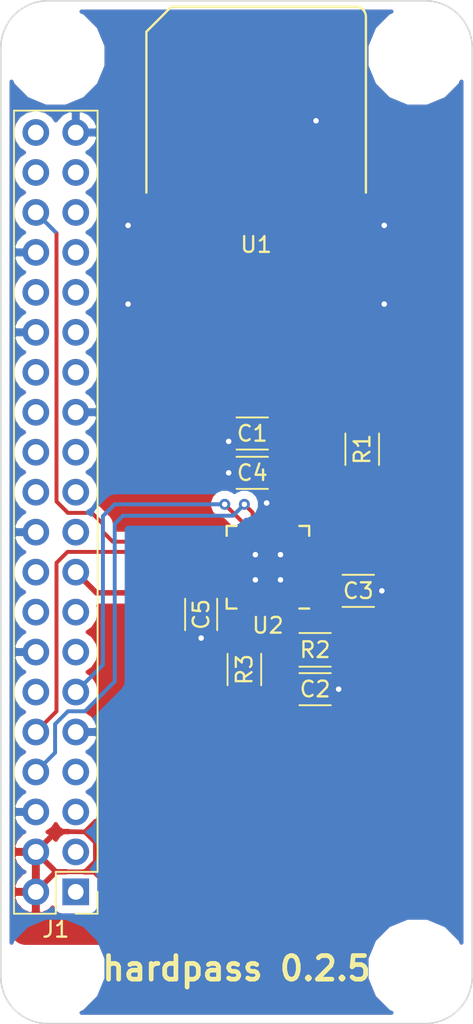
<source format=kicad_pcb>
(kicad_pcb (version 4) (host pcbnew 4.0.7)

  (general
    (links 46)
    (no_connects 2)
    (area -0.050001 -0.050001 30.050001 65.050001)
    (thickness 1.6)
    (drawings 10)
    (tracks 181)
    (zones 0)
    (modules 16)
    (nets 51)
  )

  (page A4)
  (layers
    (0 F.Cu signal)
    (31 B.Cu signal)
    (32 B.Adhes user)
    (33 F.Adhes user)
    (34 B.Paste user)
    (35 F.Paste user)
    (36 B.SilkS user)
    (37 F.SilkS user)
    (38 B.Mask user)
    (39 F.Mask user)
    (40 Dwgs.User user)
    (41 Cmts.User user)
    (42 Eco1.User user)
    (43 Eco2.User user)
    (44 Edge.Cuts user)
    (45 Margin user)
    (46 B.CrtYd user)
    (47 F.CrtYd user)
    (48 B.Fab user)
    (49 F.Fab user)
  )

  (setup
    (last_trace_width 0.25)
    (trace_clearance 0.25)
    (zone_clearance 0.508)
    (zone_45_only no)
    (trace_min 0.2)
    (segment_width 0.2)
    (edge_width 0.1)
    (via_size 0.7)
    (via_drill 0.35)
    (via_min_size 0.7)
    (via_min_drill 0.3)
    (uvia_size 0.3)
    (uvia_drill 0.1)
    (uvias_allowed no)
    (uvia_min_size 0)
    (uvia_min_drill 0)
    (pcb_text_width 0.3)
    (pcb_text_size 1.5 1.5)
    (mod_edge_width 0.15)
    (mod_text_size 1 1)
    (mod_text_width 0.15)
    (pad_size 1.9 3)
    (pad_drill 0)
    (pad_to_mask_clearance 0)
    (aux_axis_origin 0 0)
    (visible_elements FFFFEF7F)
    (pcbplotparams
      (layerselection 0x00030_80000001)
      (usegerberextensions false)
      (excludeedgelayer true)
      (linewidth 0.100000)
      (plotframeref false)
      (viasonmask false)
      (mode 1)
      (useauxorigin false)
      (hpglpennumber 1)
      (hpglpenspeed 20)
      (hpglpendiameter 15)
      (hpglpenoverlay 2)
      (psnegative false)
      (psa4output false)
      (plotreference true)
      (plotvalue true)
      (plotinvisibletext false)
      (padsonsilk false)
      (subtractmaskfromsilk false)
      (outputformat 1)
      (mirror false)
      (drillshape 1)
      (scaleselection 1)
      (outputdirectory ""))
  )

  (net 0 "")
  (net 1 GND)
  (net 2 +3V3)
  (net 3 "Net-(U2-Pad1)")
  (net 4 "Net-(U2-Pad2)")
  (net 5 "Net-(U2-Pad16)")
  (net 6 "Net-(U2-Pad17)")
  (net 7 "Net-(U2-Pad19)")
  (net 8 "Net-(U2-Pad21)")
  (net 9 +5V)
  (net 10 "Net-(U1-Pad4)")
  (net 11 "Net-(U1-Pad8)")
  (net 12 CARD_TX)
  (net 13 CARD_RX)
  (net 14 "Net-(U1-Pad2)")
  (net 15 "Net-(D1-Pad1)")
  (net 16 CARD_CTS)
  (net 17 CARD_RTS)
  (net 18 "Net-(U1-Pad6)")
  (net 19 "Net-(U1-Pad7)")
  (net 20 "Net-(C1-Pad1)")
  (net 21 "Net-(C2-Pad2)")
  (net 22 "Net-(J1-Pad3)")
  (net 23 "Net-(J1-Pad5)")
  (net 24 "Net-(J1-Pad7)")
  (net 25 "Net-(J1-Pad12)")
  (net 26 "Net-(J1-Pad13)")
  (net 27 "Net-(J1-Pad15)")
  (net 28 "Net-(J1-Pad16)")
  (net 29 "Net-(J1-Pad18)")
  (net 30 "Net-(J1-Pad19)")
  (net 31 "Net-(J1-Pad21)")
  (net 32 "Net-(J1-Pad22)")
  (net 33 "Net-(J1-Pad23)")
  (net 34 "Net-(J1-Pad24)")
  (net 35 "Net-(J1-Pad26)")
  (net 36 "Net-(J1-Pad27)")
  (net 37 "Net-(J1-Pad28)")
  (net 38 "Net-(J1-Pad29)")
  (net 39 "Net-(J1-Pad31)")
  (net 40 "Net-(J1-Pad32)")
  (net 41 "Net-(J1-Pad33)")
  (net 42 "Net-(J1-Pad35)")
  (net 43 "Net-(J1-Pad37)")
  (net 44 "Net-(J1-Pad38)")
  (net 45 "Net-(J1-Pad40)")
  (net 46 "Net-(R1-Pad1)")
  (net 47 "Net-(R1-Pad2)")
  (net 48 "Net-(U2-Pad15)")
  (net 49 "Net-(U2-Pad23)")
  (net 50 "Net-(U2-Pad24)")

  (net_class Default "This is the default net class."
    (clearance 0.25)
    (trace_width 0.25)
    (via_dia 0.7)
    (via_drill 0.35)
    (uvia_dia 0.3)
    (uvia_drill 0.1)
    (add_net CARD_CTS)
    (add_net CARD_RTS)
    (add_net CARD_RX)
    (add_net CARD_TX)
    (add_net "Net-(C1-Pad1)")
    (add_net "Net-(C2-Pad2)")
    (add_net "Net-(D1-Pad1)")
    (add_net "Net-(J1-Pad12)")
    (add_net "Net-(J1-Pad13)")
    (add_net "Net-(J1-Pad15)")
    (add_net "Net-(J1-Pad16)")
    (add_net "Net-(J1-Pad18)")
    (add_net "Net-(J1-Pad19)")
    (add_net "Net-(J1-Pad21)")
    (add_net "Net-(J1-Pad22)")
    (add_net "Net-(J1-Pad23)")
    (add_net "Net-(J1-Pad24)")
    (add_net "Net-(J1-Pad26)")
    (add_net "Net-(J1-Pad27)")
    (add_net "Net-(J1-Pad28)")
    (add_net "Net-(J1-Pad29)")
    (add_net "Net-(J1-Pad3)")
    (add_net "Net-(J1-Pad31)")
    (add_net "Net-(J1-Pad32)")
    (add_net "Net-(J1-Pad33)")
    (add_net "Net-(J1-Pad35)")
    (add_net "Net-(J1-Pad37)")
    (add_net "Net-(J1-Pad38)")
    (add_net "Net-(J1-Pad40)")
    (add_net "Net-(J1-Pad5)")
    (add_net "Net-(J1-Pad7)")
    (add_net "Net-(R1-Pad1)")
    (add_net "Net-(R1-Pad2)")
    (add_net "Net-(U1-Pad2)")
    (add_net "Net-(U1-Pad4)")
    (add_net "Net-(U1-Pad6)")
    (add_net "Net-(U1-Pad7)")
    (add_net "Net-(U1-Pad8)")
    (add_net "Net-(U2-Pad1)")
    (add_net "Net-(U2-Pad15)")
    (add_net "Net-(U2-Pad16)")
    (add_net "Net-(U2-Pad17)")
    (add_net "Net-(U2-Pad19)")
    (add_net "Net-(U2-Pad2)")
    (add_net "Net-(U2-Pad21)")
    (add_net "Net-(U2-Pad23)")
    (add_net "Net-(U2-Pad24)")
  )

  (net_class Power ""
    (clearance 0.25)
    (trace_width 0.35)
    (via_dia 0.9)
    (via_drill 0.35)
    (uvia_dia 0.3)
    (uvia_drill 0.1)
    (add_net +3V3)
    (add_net +5V)
    (add_net GND)
  )

  (module hardpass:Pin_Header_Straight_2x20_Pitch2.54mm_centered (layer F.Cu) (tedit 5A7E3D59) (tstamp 5881237A)
    (at 3.5 32.5 180)
    (descr "Through hole straight pin header, 2x20, 2.54mm pitch, double rows")
    (tags "Through hole pin header THT 2x20 2.54mm double row")
    (path /5A7EF5FD)
    (fp_text reference J1 (at 0 -26.52 180) (layer F.SilkS)
      (effects (font (size 1 1) (thickness 0.15)))
    )
    (fp_text value Raspberry_Pi_2_3 (at 0 26.52 180) (layer F.Fab) hide
      (effects (font (size 1 1) (thickness 0.15)))
    )
    (fp_line (start -2.54 -25.4) (end -2.54 25.4) (layer F.Fab) (width 0.1))
    (fp_line (start -2.54 25.4) (end 2.54 25.4) (layer F.Fab) (width 0.1))
    (fp_line (start 2.54 25.4) (end 2.54 -25.4) (layer F.Fab) (width 0.1))
    (fp_line (start 2.54 -25.4) (end -2.54 -25.4) (layer F.Fab) (width 0.1))
    (fp_line (start -2.66 -22.86) (end -2.66 25.52) (layer F.SilkS) (width 0.12))
    (fp_line (start -2.66 25.52) (end 2.66 25.52) (layer F.SilkS) (width 0.12))
    (fp_line (start 2.66 25.52) (end 2.66 -25.52) (layer F.SilkS) (width 0.12))
    (fp_line (start 2.66 -25.52) (end 0 -25.52) (layer F.SilkS) (width 0.12))
    (fp_line (start 0 -25.52) (end 0 -22.86) (layer F.SilkS) (width 0.12))
    (fp_line (start 0 -22.86) (end -2.66 -22.86) (layer F.SilkS) (width 0.12))
    (fp_line (start -2.66 -24.13) (end -2.66 -25.52) (layer F.SilkS) (width 0.12))
    (fp_line (start -2.66 -25.52) (end -1.27 -25.52) (layer F.SilkS) (width 0.12))
    (fp_line (start -2.87 -25.73) (end -2.87 25.67) (layer F.CrtYd) (width 0.05))
    (fp_line (start -2.87 25.67) (end 2.83 25.67) (layer F.CrtYd) (width 0.05))
    (fp_line (start 2.83 25.67) (end 2.83 -25.73) (layer F.CrtYd) (width 0.05))
    (fp_line (start 2.83 -25.73) (end -2.87 -25.73) (layer F.CrtYd) (width 0.05))
    (pad 1 thru_hole rect (at -1.27 -24.13 180) (size 1.7 1.7) (drill 1) (layers *.Cu *.Mask)
      (net 2 +3V3))
    (pad 2 thru_hole oval (at 1.27 -24.13 180) (size 1.7 1.7) (drill 1) (layers *.Cu *.Mask)
      (net 9 +5V))
    (pad 3 thru_hole oval (at -1.27 -21.59 180) (size 1.7 1.7) (drill 1) (layers *.Cu *.Mask)
      (net 22 "Net-(J1-Pad3)"))
    (pad 4 thru_hole oval (at 1.27 -21.59 180) (size 1.7 1.7) (drill 1) (layers *.Cu *.Mask)
      (net 9 +5V))
    (pad 5 thru_hole oval (at -1.27 -19.05 180) (size 1.7 1.7) (drill 1) (layers *.Cu *.Mask)
      (net 23 "Net-(J1-Pad5)"))
    (pad 6 thru_hole oval (at 1.27 -19.05 180) (size 1.7 1.7) (drill 1) (layers *.Cu *.Mask)
      (net 1 GND))
    (pad 7 thru_hole oval (at -1.27 -16.51 180) (size 1.7 1.7) (drill 1) (layers *.Cu *.Mask)
      (net 24 "Net-(J1-Pad7)"))
    (pad 8 thru_hole oval (at 1.27 -16.51 180) (size 1.7 1.7) (drill 1) (layers *.Cu *.Mask)
      (net 13 CARD_RX))
    (pad 9 thru_hole oval (at -1.27 -13.97 180) (size 1.7 1.7) (drill 1) (layers *.Cu *.Mask)
      (net 1 GND))
    (pad 10 thru_hole oval (at 1.27 -13.97 180) (size 1.7 1.7) (drill 1) (layers *.Cu *.Mask)
      (net 12 CARD_TX))
    (pad 11 thru_hole oval (at -1.27 -11.43 180) (size 1.7 1.7) (drill 1) (layers *.Cu *.Mask)
      (net 16 CARD_CTS))
    (pad 12 thru_hole oval (at 1.27 -11.43 180) (size 1.7 1.7) (drill 1) (layers *.Cu *.Mask)
      (net 25 "Net-(J1-Pad12)"))
    (pad 13 thru_hole oval (at -1.27 -8.89 180) (size 1.7 1.7) (drill 1) (layers *.Cu *.Mask)
      (net 26 "Net-(J1-Pad13)"))
    (pad 14 thru_hole oval (at 1.27 -8.89 180) (size 1.7 1.7) (drill 1) (layers *.Cu *.Mask)
      (net 1 GND))
    (pad 15 thru_hole oval (at -1.27 -6.35 180) (size 1.7 1.7) (drill 1) (layers *.Cu *.Mask)
      (net 27 "Net-(J1-Pad15)"))
    (pad 16 thru_hole oval (at 1.27 -6.35 180) (size 1.7 1.7) (drill 1) (layers *.Cu *.Mask)
      (net 28 "Net-(J1-Pad16)"))
    (pad 17 thru_hole oval (at -1.27 -3.81 180) (size 1.7 1.7) (drill 1) (layers *.Cu *.Mask)
      (net 2 +3V3))
    (pad 18 thru_hole oval (at 1.27 -3.81 180) (size 1.7 1.7) (drill 1) (layers *.Cu *.Mask)
      (net 29 "Net-(J1-Pad18)"))
    (pad 19 thru_hole oval (at -1.27 -1.27 180) (size 1.7 1.7) (drill 1) (layers *.Cu *.Mask)
      (net 30 "Net-(J1-Pad19)"))
    (pad 20 thru_hole oval (at 1.27 -1.27 180) (size 1.7 1.7) (drill 1) (layers *.Cu *.Mask)
      (net 1 GND))
    (pad 21 thru_hole oval (at -1.27 1.27 180) (size 1.7 1.7) (drill 1) (layers *.Cu *.Mask)
      (net 31 "Net-(J1-Pad21)"))
    (pad 22 thru_hole oval (at 1.27 1.27 180) (size 1.7 1.7) (drill 1) (layers *.Cu *.Mask)
      (net 32 "Net-(J1-Pad22)"))
    (pad 23 thru_hole oval (at -1.27 3.81 180) (size 1.7 1.7) (drill 1) (layers *.Cu *.Mask)
      (net 33 "Net-(J1-Pad23)"))
    (pad 24 thru_hole oval (at 1.27 3.81 180) (size 1.7 1.7) (drill 1) (layers *.Cu *.Mask)
      (net 34 "Net-(J1-Pad24)"))
    (pad 25 thru_hole oval (at -1.27 6.35 180) (size 1.7 1.7) (drill 1) (layers *.Cu *.Mask)
      (net 1 GND))
    (pad 26 thru_hole oval (at 1.27 6.35 180) (size 1.7 1.7) (drill 1) (layers *.Cu *.Mask)
      (net 35 "Net-(J1-Pad26)"))
    (pad 27 thru_hole oval (at -1.27 8.89 180) (size 1.7 1.7) (drill 1) (layers *.Cu *.Mask)
      (net 36 "Net-(J1-Pad27)"))
    (pad 28 thru_hole oval (at 1.27 8.89 180) (size 1.7 1.7) (drill 1) (layers *.Cu *.Mask)
      (net 37 "Net-(J1-Pad28)"))
    (pad 29 thru_hole oval (at -1.27 11.43 180) (size 1.7 1.7) (drill 1) (layers *.Cu *.Mask)
      (net 38 "Net-(J1-Pad29)"))
    (pad 30 thru_hole oval (at 1.27 11.43 180) (size 1.7 1.7) (drill 1) (layers *.Cu *.Mask)
      (net 1 GND))
    (pad 31 thru_hole oval (at -1.27 13.97 180) (size 1.7 1.7) (drill 1) (layers *.Cu *.Mask)
      (net 39 "Net-(J1-Pad31)"))
    (pad 32 thru_hole oval (at 1.27 13.97 180) (size 1.7 1.7) (drill 1) (layers *.Cu *.Mask)
      (net 40 "Net-(J1-Pad32)"))
    (pad 33 thru_hole oval (at -1.27 16.51 180) (size 1.7 1.7) (drill 1) (layers *.Cu *.Mask)
      (net 41 "Net-(J1-Pad33)"))
    (pad 34 thru_hole oval (at 1.27 16.51 180) (size 1.7 1.7) (drill 1) (layers *.Cu *.Mask)
      (net 1 GND))
    (pad 35 thru_hole oval (at -1.27 19.05 180) (size 1.7 1.7) (drill 1) (layers *.Cu *.Mask)
      (net 42 "Net-(J1-Pad35)"))
    (pad 36 thru_hole oval (at 1.27 19.05 180) (size 1.7 1.7) (drill 1) (layers *.Cu *.Mask)
      (net 17 CARD_RTS))
    (pad 37 thru_hole oval (at -1.27 21.59 180) (size 1.7 1.7) (drill 1) (layers *.Cu *.Mask)
      (net 43 "Net-(J1-Pad37)"))
    (pad 38 thru_hole oval (at 1.27 21.59 180) (size 1.7 1.7) (drill 1) (layers *.Cu *.Mask)
      (net 44 "Net-(J1-Pad38)"))
    (pad 39 thru_hole oval (at -1.27 24.13 180) (size 1.7 1.7) (drill 1) (layers *.Cu *.Mask)
      (net 1 GND))
    (pad 40 thru_hole oval (at 1.27 24.13 180) (size 1.7 1.7) (drill 1) (layers *.Cu *.Mask)
      (net 45 "Net-(J1-Pad40)"))
    (model DISABLE__Pin_Headers.3dshapes/Pin_Header_Straight_2x20_Pitch2.54mm.wrl
      (at (xyz 0.05 -0.95 0))
      (scale (xyz 1 1 1))
      (rotate (xyz 0 0 90))
    )
  )

  (module hardpass:Symbol_GNU-Logo_MaskTop (layer B.Cu) (tedit 58D30F84) (tstamp 58D41C5D)
    (at 15 21.25 180)
    (descr "GNU-Logo, GNU-Head, GNU-Kopf, Copper Top,")
    (tags "GNU-Logo, GNU-Head, GNU-Kopf, Copper Top,")
    (fp_text reference REF** (at 0 6.05028 180) (layer B.SilkS) hide
      (effects (font (size 1 1) (thickness 0.15)) (justify mirror))
    )
    (fp_text value Symbol_GNU-Logo_MaskTop (at 0 -9.14908 180) (layer B.Fab) hide
      (effects (font (size 1 1) (thickness 0.15)) (justify mirror))
    )
    (fp_line (start 5.19938 -5.25018) (end 5.19938 -6.85038) (layer B.Mask) (width 0.381))
    (fp_line (start 5.19938 -6.85038) (end 5.90042 -6.85038) (layer B.Mask) (width 0.381))
    (fp_line (start 3.64998 -6.79958) (end 3.64998 -5.34924) (layer B.Mask) (width 0.381))
    (fp_line (start 3.64998 -5.34924) (end 4.20116 -5.30098) (layer B.Mask) (width 0.381))
    (fp_line (start 4.20116 -5.30098) (end 4.45008 -5.4991) (layer B.Mask) (width 0.381))
    (fp_line (start 4.45008 -5.4991) (end 4.54914 -5.90042) (layer B.Mask) (width 0.381))
    (fp_line (start 4.54914 -5.90042) (end 4.24942 -6.05028) (layer B.Mask) (width 0.381))
    (fp_line (start 4.24942 -6.05028) (end 3.74904 -5.99948) (layer B.Mask) (width 0.381))
    (fp_line (start 2.94894 -5.40004) (end 2.70002 -5.30098) (layer B.Mask) (width 0.381))
    (fp_line (start 2.70002 -5.30098) (end 2.4003 -5.34924) (layer B.Mask) (width 0.381))
    (fp_line (start 2.4003 -5.34924) (end 2.10058 -5.69976) (layer B.Mask) (width 0.381))
    (fp_line (start 2.10058 -5.69976) (end 2.04978 -6.20014) (layer B.Mask) (width 0.381))
    (fp_line (start 2.04978 -6.20014) (end 2.19964 -6.64972) (layer B.Mask) (width 0.381))
    (fp_line (start 2.19964 -6.64972) (end 2.55016 -6.79958) (layer B.Mask) (width 0.381))
    (fp_line (start 2.55016 -6.79958) (end 2.99974 -6.70052) (layer B.Mask) (width 0.381))
    (fp_line (start 2.99974 -6.70052) (end 2.99974 -6.20014) (layer B.Mask) (width 0.381))
    (fp_line (start 2.99974 -6.20014) (end 2.70002 -6.20014) (layer B.Mask) (width 0.381))
    (fp_line (start -3.2512 -5.34924) (end -3.2512 -6.49986) (layer B.Mask) (width 0.381))
    (fp_line (start -3.2512 -6.49986) (end -3.0988 -6.74878) (layer B.Mask) (width 0.381))
    (fp_line (start -3.0988 -6.74878) (end -2.75082 -6.90118) (layer B.Mask) (width 0.381))
    (fp_line (start -2.75082 -6.90118) (end -2.4511 -6.74878) (layer B.Mask) (width 0.381))
    (fp_line (start -2.4511 -6.74878) (end -2.3495 -6.44906) (layer B.Mask) (width 0.381))
    (fp_line (start -2.3495 -6.44906) (end -2.3495 -5.34924) (layer B.Mask) (width 0.381))
    (fp_line (start -4.8006 -6.90118) (end -4.8006 -5.34924) (layer B.Mask) (width 0.381))
    (fp_line (start -4.8006 -5.34924) (end -3.9497 -6.85038) (layer B.Mask) (width 0.381))
    (fp_line (start -3.9497 -6.85038) (end -3.9497 -5.34924) (layer B.Mask) (width 0.381))
    (fp_line (start -5.5499 -5.40004) (end -5.75056 -5.30098) (layer B.Mask) (width 0.381))
    (fp_line (start -5.75056 -5.30098) (end -6.20014 -5.45084) (layer B.Mask) (width 0.381))
    (fp_line (start -6.20014 -5.45084) (end -6.4008 -5.84962) (layer B.Mask) (width 0.381))
    (fp_line (start -6.4008 -5.84962) (end -6.4008 -6.2992) (layer B.Mask) (width 0.381))
    (fp_line (start -6.4008 -6.2992) (end -6.25094 -6.70052) (layer B.Mask) (width 0.381))
    (fp_line (start -6.25094 -6.70052) (end -5.95122 -6.85038) (layer B.Mask) (width 0.381))
    (fp_line (start -5.95122 -6.85038) (end -5.5499 -6.85038) (layer B.Mask) (width 0.381))
    (fp_line (start -5.5499 -6.85038) (end -5.4991 -6.2992) (layer B.Mask) (width 0.381))
    (fp_line (start -5.4991 -6.2992) (end -5.75056 -6.20014) (layer B.Mask) (width 0.381))
    (fp_line (start -2.75082 1.15062) (end -3.74904 0.35052) (layer B.Mask) (width 0.381))
    (fp_line (start -3.74904 0.35052) (end -3.29946 1.50114) (layer B.Mask) (width 0.381))
    (fp_line (start -3.29946 1.50114) (end -4.24942 0.70104) (layer B.Mask) (width 0.381))
    (fp_line (start -4.24942 0.70104) (end -3.55092 1.99898) (layer B.Mask) (width 0.381))
    (fp_line (start -3.55092 1.99898) (end -4.59994 1.34874) (layer B.Mask) (width 0.381))
    (fp_line (start -4.59994 1.34874) (end -4.699 1.80086) (layer B.Mask) (width 0.381))
    (fp_line (start -4.699 1.80086) (end -3.40106 2.14884) (layer B.Mask) (width 0.381))
    (fp_line (start -3.40106 2.14884) (end -4.54914 2.4003) (layer B.Mask) (width 0.381))
    (fp_line (start -4.54914 2.4003) (end -3.29946 2.79908) (layer B.Mask) (width 0.381))
    (fp_line (start -3.29946 2.79908) (end -3.79984 3.29946) (layer B.Mask) (width 0.381))
    (fp_line (start -3.79984 3.29946) (end -2.75082 3.05054) (layer B.Mask) (width 0.381))
    (fp_line (start -2.75082 3.05054) (end -2.79908 3.70078) (layer B.Mask) (width 0.381))
    (fp_line (start -2.79908 3.70078) (end -1.69926 3.2004) (layer B.Mask) (width 0.381))
    (fp_line (start 0.7493 1.99898) (end 1.39954 1.80086) (layer B.Mask) (width 0.381))
    (fp_line (start 1.39954 1.80086) (end 1.80086 1.6002) (layer B.Mask) (width 0.381))
    (fp_line (start 1.80086 1.6002) (end 3.0988 0.7493) (layer B.Mask) (width 0.381))
    (fp_line (start 3.0988 0.7493) (end 2.84988 1.84912) (layer B.Mask) (width 0.381))
    (fp_line (start 2.84988 1.84912) (end 3.59918 1.15062) (layer B.Mask) (width 0.381))
    (fp_line (start 3.59918 1.15062) (end 3.1496 2.25044) (layer B.Mask) (width 0.381))
    (fp_line (start 3.1496 2.25044) (end 4.15036 1.99898) (layer B.Mask) (width 0.381))
    (fp_line (start 4.15036 1.99898) (end 2.90068 2.70002) (layer B.Mask) (width 0.381))
    (fp_line (start 2.90068 2.70002) (end 4.04876 3.1496) (layer B.Mask) (width 0.381))
    (fp_line (start 4.04876 3.1496) (end 2.30124 2.94894) (layer B.Mask) (width 0.381))
    (fp_line (start 2.30124 2.94894) (end 2.79908 3.64998) (layer B.Mask) (width 0.381))
    (fp_line (start 2.79908 3.64998) (end 1.651 2.94894) (layer B.Mask) (width 0.381))
    (fp_line (start 0.8509 2.30124) (end 1.09982 2.25044) (layer B.Mask) (width 0.381))
    (fp_line (start -2.04978 1.5494) (end -1.5494 1.84912) (layer B.Mask) (width 0.381))
    (fp_line (start -1.5494 1.84912) (end -0.8001 2.19964) (layer B.Mask) (width 0.381))
    (fp_line (start -0.8001 2.19964) (end -0.44958 2.19964) (layer B.Mask) (width 0.381))
    (fp_line (start -1.84912 -4.0005) (end -2.10058 -3.79984) (layer B.Mask) (width 0.381))
    (fp_line (start -2.10058 -3.79984) (end -2.25044 -3.59918) (layer B.Mask) (width 0.381))
    (fp_line (start -2.25044 -3.59918) (end -2.49936 -3.35026) (layer B.Mask) (width 0.381))
    (fp_line (start -2.49936 -3.35026) (end -2.55016 -3.05054) (layer B.Mask) (width 0.381))
    (fp_line (start -2.55016 -3.05054) (end -2.64922 -2.64922) (layer B.Mask) (width 0.381))
    (fp_line (start -2.64922 -2.64922) (end -2.70002 -2.25044) (layer B.Mask) (width 0.381))
    (fp_line (start -2.70002 -2.25044) (end -2.75082 -1.84912) (layer B.Mask) (width 0.381))
    (fp_line (start -2.75082 -1.84912) (end -2.75082 -1.34874) (layer B.Mask) (width 0.381))
    (fp_line (start -2.75082 -1.34874) (end -2.75082 -0.8509) (layer B.Mask) (width 0.381))
    (fp_line (start -1.75006 -4.0005) (end -1.5494 -3.9497) (layer B.Mask) (width 0.381))
    (fp_line (start -2.19964 -0.8509) (end -1.89992 -1.30048) (layer B.Mask) (width 0.381))
    (fp_line (start -1.89992 -1.30048) (end -1.99898 -1.75006) (layer B.Mask) (width 0.381))
    (fp_line (start -1.99898 -1.75006) (end -1.5494 -2.04978) (layer B.Mask) (width 0.381))
    (fp_line (start -1.5494 -2.04978) (end -1.75006 -2.70002) (layer B.Mask) (width 0.381))
    (fp_line (start -1.75006 -2.70002) (end -1.19888 -3.0988) (layer B.Mask) (width 0.381))
    (fp_line (start -1.19888 -3.0988) (end -1.39954 -3.79984) (layer B.Mask) (width 0.381))
    (fp_line (start -1.39954 -3.79984) (end -0.8509 -4.24942) (layer B.Mask) (width 0.381))
    (fp_line (start -0.59944 -5.99948) (end -0.65024 -6.10108) (layer B.Mask) (width 0.381))
    (fp_line (start -0.89916 -4.35102) (end -0.70104 -4.7498) (layer B.Mask) (width 0.381))
    (fp_line (start -0.70104 -4.7498) (end -0.59944 -5.04952) (layer B.Mask) (width 0.381))
    (fp_line (start -0.59944 -5.04952) (end -1.00076 -5.15112) (layer B.Mask) (width 0.381))
    (fp_line (start -1.00076 -5.15112) (end -0.65024 -5.4991) (layer B.Mask) (width 0.381))
    (fp_line (start -0.65024 -5.4991) (end -0.70104 -5.79882) (layer B.Mask) (width 0.381))
    (fp_line (start -0.70104 -5.79882) (end -0.65024 -5.95122) (layer B.Mask) (width 0.381))
    (fp_line (start -0.14986 -3.70078) (end -0.29972 -4.09956) (layer B.Mask) (width 0.381))
    (fp_line (start -0.29972 -4.09956) (end -0.20066 -4.30022) (layer B.Mask) (width 0.381))
    (fp_line (start -0.20066 -4.30022) (end 0.0508 -4.50088) (layer B.Mask) (width 0.381))
    (fp_line (start 0.0508 -4.50088) (end 0.20066 -4.699) (layer B.Mask) (width 0.381))
    (fp_line (start 0.20066 -4.699) (end 0.14986 -5.00126) (layer B.Mask) (width 0.381))
    (fp_line (start 0.14986 -5.00126) (end 0.09906 -5.19938) (layer B.Mask) (width 0.381))
    (fp_line (start 0.09906 -5.19938) (end 0.14986 -5.75056) (layer B.Mask) (width 0.381))
    (fp_line (start 0.14986 -5.75056) (end 0.35052 -5.95122) (layer B.Mask) (width 0.381))
    (fp_line (start 0.44958 -3.29946) (end 0.24892 -3.74904) (layer B.Mask) (width 0.381))
    (fp_line (start 0.24892 -3.74904) (end 0.55118 -4.04876) (layer B.Mask) (width 0.381))
    (fp_line (start 0.55118 -4.04876) (end 0.94996 -4.24942) (layer B.Mask) (width 0.381))
    (fp_line (start 0.94996 -4.24942) (end 0.89916 -4.699) (layer B.Mask) (width 0.381))
    (fp_line (start 0.89916 -4.699) (end 0.7493 -5.10032) (layer B.Mask) (width 0.381))
    (fp_line (start 0.7493 -5.10032) (end 0.89916 -5.34924) (layer B.Mask) (width 0.381))
    (fp_line (start 1.30048 -4.89966) (end 1.34874 -4.89966) (layer B.Mask) (width 0.381))
    (fp_line (start 1.24968 -2.94894) (end 1.50114 -3.05054) (layer B.Mask) (width 0.381))
    (fp_line (start 1.50114 -3.05054) (end 1.75006 -3.05054) (layer B.Mask) (width 0.381))
    (fp_line (start 1.75006 -3.05054) (end 1.5494 -3.0988) (layer B.Mask) (width 0.381))
    (fp_line (start 1.5494 -3.0988) (end 1.00076 -3.2004) (layer B.Mask) (width 0.381))
    (fp_line (start 1.00076 -3.2004) (end 0.94996 -3.35026) (layer B.Mask) (width 0.381))
    (fp_line (start 0.94996 -3.35026) (end 1.00076 -3.55092) (layer B.Mask) (width 0.381))
    (fp_line (start 1.00076 -3.55092) (end 1.19888 -3.74904) (layer B.Mask) (width 0.381))
    (fp_line (start 1.19888 -3.74904) (end 1.45034 -3.9497) (layer B.Mask) (width 0.381))
    (fp_line (start 1.45034 -3.9497) (end 1.5494 -4.30022) (layer B.Mask) (width 0.381))
    (fp_line (start 1.5494 -4.30022) (end 1.45034 -4.59994) (layer B.Mask) (width 0.381))
    (fp_line (start 1.45034 -4.59994) (end 1.30048 -4.89966) (layer B.Mask) (width 0.381))
    (fp_line (start 0.59944 -2.64922) (end 1.00076 -2.90068) (layer B.Mask) (width 0.381))
    (fp_line (start 1.00076 -2.90068) (end 1.24968 -2.90068) (layer B.Mask) (width 0.381))
    (fp_line (start 1.80086 -2.55016) (end 1.19888 -2.64922) (layer B.Mask) (width 0.381))
    (fp_line (start 1.19888 -2.64922) (end 0.7493 -2.60096) (layer B.Mask) (width 0.381))
    (fp_line (start 0.7493 -2.60096) (end 0.24892 -2.55016) (layer B.Mask) (width 0.381))
    (fp_line (start 0.24892 -2.55016) (end -0.20066 -2.4003) (layer B.Mask) (width 0.381))
    (fp_line (start -0.20066 -2.4003) (end -0.35052 -2.19964) (layer B.Mask) (width 0.381))
    (fp_line (start -0.35052 -2.19964) (end -0.55118 -1.84912) (layer B.Mask) (width 0.381))
    (fp_line (start -0.55118 -1.84912) (end -0.70104 -1.34874) (layer B.Mask) (width 0.381))
    (fp_line (start -0.70104 -1.34874) (end -0.8509 -1.09982) (layer B.Mask) (width 0.381))
    (fp_line (start -0.8509 -1.09982) (end -1.15062 -1.04902) (layer B.Mask) (width 0.381))
    (fp_line (start 1.80086 -1.84912) (end 1.651 -1.84912) (layer B.Mask) (width 0.381))
    (fp_line (start 1.651 -1.84912) (end 1.24968 -1.95072) (layer B.Mask) (width 0.381))
    (fp_line (start 1.24968 -1.95072) (end 1.39954 -2.30124) (layer B.Mask) (width 0.381))
    (fp_line (start 1.39954 -2.30124) (end 1.75006 -2.49936) (layer B.Mask) (width 0.381))
    (fp_line (start 1.75006 0) (end 1.69926 -0.65024) (layer B.Mask) (width 0.381))
    (fp_line (start 1.00076 -0.50038) (end 1.09982 -0.65024) (layer B.Mask) (width 0.381))
    (fp_line (start 1.09982 -0.65024) (end 1.24968 -0.8001) (layer B.Mask) (width 0.381))
    (fp_line (start 1.24968 -0.8001) (end 1.39954 -0.8001) (layer B.Mask) (width 0.381))
    (fp_line (start 1.39954 -0.8001) (end 1.6002 -0.70104) (layer B.Mask) (width 0.381))
    (fp_line (start 1.6002 -0.70104) (end 1.80086 -0.70104) (layer B.Mask) (width 0.381))
    (fp_line (start 0.8509 -0.44958) (end 0.55118 -0.29972) (layer B.Mask) (width 0.381))
    (fp_line (start 0.55118 -0.29972) (end 0.24892 -0.29972) (layer B.Mask) (width 0.381))
    (fp_line (start 0.24892 -0.29972) (end 0.09906 -0.29972) (layer B.Mask) (width 0.381))
    (fp_line (start 0.09906 -0.29972) (end -0.09906 -0.39878) (layer B.Mask) (width 0.381))
    (fp_line (start -0.09906 -0.39878) (end -0.29972 -0.44958) (layer B.Mask) (width 0.381))
    (fp_line (start 0.65024 0.55118) (end 0.70104 0.09906) (layer B.Mask) (width 0.381))
    (fp_line (start 0.70104 0.09906) (end 0.8509 -0.29972) (layer B.Mask) (width 0.381))
    (fp_line (start 0.8509 -0.29972) (end 0.94996 -0.44958) (layer B.Mask) (width 0.381))
    (fp_line (start 1.75006 -1.24968) (end 1.651 -1.39954) (layer B.Mask) (width 0.381))
    (fp_line (start 0.89916 -1.15062) (end 0.44958 -0.8001) (layer B.Mask) (width 0.381))
    (fp_line (start 0.44958 -0.8001) (end 0.0508 -0.94996) (layer B.Mask) (width 0.381))
    (fp_line (start 0.0508 -0.94996) (end 0.09906 -1.34874) (layer B.Mask) (width 0.381))
    (fp_line (start 0.09906 -1.34874) (end 0.35052 -1.50114) (layer B.Mask) (width 0.381))
    (fp_line (start 0.35052 -1.50114) (end 0.65024 -1.50114) (layer B.Mask) (width 0.381))
    (fp_line (start 0.65024 -1.50114) (end 0.7493 -1.39954) (layer B.Mask) (width 0.381))
    (fp_line (start 0.7493 -1.39954) (end 0.89916 -1.15062) (layer B.Mask) (width 0.381))
    (fp_line (start 1.19888 0.59944) (end 1.34874 0.94996) (layer B.Mask) (width 0.381))
    (fp_line (start 1.34874 0.94996) (end 1.75006 0.8509) (layer B.Mask) (width 0.381))
    (fp_line (start 1.75006 0.8509) (end 1.84912 0.65024) (layer B.Mask) (width 0.381))
    (fp_line (start 1.84912 0.65024) (end 1.75006 0.39878) (layer B.Mask) (width 0.381))
    (fp_line (start 1.75006 0.39878) (end 1.30048 0.50038) (layer B.Mask) (width 0.381))
    (fp_line (start 0.0508 0.44958) (end -0.29972 0.59944) (layer B.Mask) (width 0.381))
    (fp_line (start -0.29972 0.59944) (end -0.7493 0.70104) (layer B.Mask) (width 0.381))
    (fp_line (start -0.7493 0.70104) (end -1.00076 0.44958) (layer B.Mask) (width 0.381))
    (fp_line (start -1.00076 0.44958) (end -0.8001 0.20066) (layer B.Mask) (width 0.381))
    (fp_line (start -0.8001 0.20066) (end -0.39878 0.20066) (layer B.Mask) (width 0.381))
    (fp_line (start -0.39878 0.20066) (end 0 0.39878) (layer B.Mask) (width 0.381))
    (fp_line (start 0 1.5494) (end 0.39878 1.69926) (layer B.Mask) (width 0.381))
    (fp_line (start 0.39878 1.69926) (end 0.65024 2.04978) (layer B.Mask) (width 0.381))
    (fp_line (start -2.99974 0.24892) (end -2.99974 -0.35052) (layer B.Mask) (width 0.381))
    (fp_line (start -2.99974 -0.35052) (end -3.50012 -1.09982) (layer B.Mask) (width 0.381))
    (fp_line (start -3.50012 -1.09982) (end -2.10058 -0.55118) (layer B.Mask) (width 0.381))
    (fp_line (start -2.10058 -0.55118) (end -1.6002 -0.20066) (layer B.Mask) (width 0.381))
    (fp_line (start -1.6002 -0.20066) (end -1.45034 0.7493) (layer B.Mask) (width 0.381))
    (fp_line (start 0 0.7493) (end -0.8509 1.30048) (layer B.Mask) (width 0.381))
    (fp_line (start 1.09982 3.50012) (end 1.5494 2.90068) (layer B.Mask) (width 0.381))
    (fp_line (start 1.5494 2.90068) (end 1.89992 2.79908) (layer B.Mask) (width 0.381))
    (fp_line (start 1.89992 2.79908) (end 2.3495 2.79908) (layer B.Mask) (width 0.381))
    (fp_line (start 2.3495 2.79908) (end 2.70002 2.75082) (layer B.Mask) (width 0.381))
    (fp_line (start 2.70002 2.75082) (end 2.90068 2.3495) (layer B.Mask) (width 0.381))
    (fp_line (start 2.90068 2.3495) (end 2.94894 2.04978) (layer B.Mask) (width 0.381))
    (fp_line (start 2.94894 2.04978) (end 2.64922 1.80086) (layer B.Mask) (width 0.381))
    (fp_line (start 2.64922 1.80086) (end 2.3495 1.75006) (layer B.Mask) (width 0.381))
    (fp_line (start 2.3495 1.75006) (end 1.99898 1.89992) (layer B.Mask) (width 0.381))
    (fp_line (start 1.99898 1.89992) (end 1.5494 2.19964) (layer B.Mask) (width 0.381))
    (fp_line (start 1.5494 2.19964) (end 1.30048 2.4003) (layer B.Mask) (width 0.381))
    (fp_line (start 1.30048 2.4003) (end 1.00076 2.55016) (layer B.Mask) (width 0.381))
    (fp_line (start 1.00076 2.55016) (end 0.59944 2.55016) (layer B.Mask) (width 0.381))
    (fp_line (start 0.59944 2.55016) (end 0.09906 2.30124) (layer B.Mask) (width 0.381))
    (fp_line (start 0.09906 2.30124) (end -0.09906 2.3495) (layer B.Mask) (width 0.381))
    (fp_line (start -0.09906 2.3495) (end -0.39878 2.49936) (layer B.Mask) (width 0.381))
    (fp_line (start -0.39878 2.49936) (end -0.89916 2.60096) (layer B.Mask) (width 0.381))
    (fp_line (start -0.89916 2.60096) (end -1.39954 2.55016) (layer B.Mask) (width 0.381))
    (fp_line (start -1.39954 2.55016) (end -1.99898 2.14884) (layer B.Mask) (width 0.381))
    (fp_line (start -1.99898 2.14884) (end -2.4511 1.69926) (layer B.Mask) (width 0.381))
    (fp_line (start -2.4511 1.69926) (end -2.79908 1.30048) (layer B.Mask) (width 0.381))
    (fp_line (start -2.79908 1.30048) (end -3.2512 1.45034) (layer B.Mask) (width 0.381))
    (fp_line (start -3.2512 1.45034) (end -3.44932 1.95072) (layer B.Mask) (width 0.381))
    (fp_line (start -3.44932 1.95072) (end -3.35026 2.60096) (layer B.Mask) (width 0.381))
    (fp_line (start -3.35026 2.60096) (end -3.05054 2.84988) (layer B.Mask) (width 0.381))
    (fp_line (start -3.05054 2.84988) (end -2.60096 2.99974) (layer B.Mask) (width 0.381))
    (fp_line (start -2.60096 2.99974) (end -1.95072 3.1496) (layer B.Mask) (width 0.381))
    (fp_line (start -1.95072 3.1496) (end -1.6002 3.0988) (layer B.Mask) (width 0.381))
    (fp_line (start -1.6002 3.0988) (end -1.04902 3.35026) (layer B.Mask) (width 0.381))
    (fp_line (start -1.04902 3.35026) (end -0.8509 3.70078) (layer B.Mask) (width 0.381))
    (fp_line (start -0.8509 3.70078) (end -1.24968 3.55092) (layer B.Mask) (width 0.381))
    (fp_line (start -1.24968 3.55092) (end -1.89992 3.59918) (layer B.Mask) (width 0.381))
    (fp_line (start -1.89992 3.59918) (end -2.84988 3.74904) (layer B.Mask) (width 0.381))
    (fp_line (start -2.84988 3.74904) (end -3.2512 3.70078) (layer B.Mask) (width 0.381))
    (fp_line (start -3.2512 3.70078) (end -3.59918 3.55092) (layer B.Mask) (width 0.381))
    (fp_line (start -3.59918 3.55092) (end -4.20116 3.1496) (layer B.Mask) (width 0.381))
    (fp_line (start -4.20116 3.1496) (end -4.65074 2.3495) (layer B.Mask) (width 0.381))
    (fp_line (start -4.65074 2.3495) (end -4.7498 1.651) (layer B.Mask) (width 0.381))
    (fp_line (start -4.7498 1.651) (end -4.45008 0.7493) (layer B.Mask) (width 0.381))
    (fp_line (start -4.45008 0.7493) (end -3.8989 0.24892) (layer B.Mask) (width 0.381))
    (fp_line (start -3.8989 0.24892) (end -3.2512 0) (layer B.Mask) (width 0.381))
    (fp_line (start -3.2512 0) (end -2.49936 1.19888) (layer B.Mask) (width 0.381))
    (fp_line (start -2.49936 1.19888) (end -1.80086 1.84912) (layer B.Mask) (width 0.381))
    (fp_line (start -1.80086 1.84912) (end -1.19888 2.30124) (layer B.Mask) (width 0.381))
    (fp_line (start -1.19888 2.30124) (end -0.65024 2.3495) (layer B.Mask) (width 0.381))
    (fp_line (start -0.65024 2.3495) (end -0.20066 2.14884) (layer B.Mask) (width 0.381))
    (fp_line (start -0.20066 2.14884) (end 0.20066 2.04978) (layer B.Mask) (width 0.381))
    (fp_line (start 0.20066 2.04978) (end 0.65024 2.19964) (layer B.Mask) (width 0.381))
    (fp_line (start 0.65024 2.19964) (end 1.09982 2.10058) (layer B.Mask) (width 0.381))
    (fp_line (start 1.09982 2.10058) (end 1.69926 1.80086) (layer B.Mask) (width 0.381))
    (fp_line (start 1.69926 1.80086) (end 1.89992 1.5494) (layer B.Mask) (width 0.381))
    (fp_line (start 1.89992 1.5494) (end 2.60096 0.44958) (layer B.Mask) (width 0.381))
    (fp_line (start 2.60096 0.44958) (end 2.90068 -0.20066) (layer B.Mask) (width 0.381))
    (fp_line (start 2.90068 -0.20066) (end 2.30124 -0.29972) (layer B.Mask) (width 0.381))
    (fp_line (start 2.30124 -0.29972) (end 1.84912 0.09906) (layer B.Mask) (width 0.381))
    (fp_line (start 1.75006 -0.70104) (end 2.14884 -0.70104) (layer B.Mask) (width 0.381))
    (fp_line (start 2.14884 -0.70104) (end 2.30124 -0.8509) (layer B.Mask) (width 0.381))
    (fp_line (start 2.30124 -0.8509) (end 1.80086 -1.84912) (layer B.Mask) (width 0.381))
    (fp_line (start 1.15062 3.59918) (end 1.75006 3.35026) (layer B.Mask) (width 0.381))
    (fp_line (start 1.75006 3.35026) (end 2.19964 3.44932) (layer B.Mask) (width 0.381))
    (fp_line (start 2.19964 3.44932) (end 2.70002 3.70078) (layer B.Mask) (width 0.381))
    (fp_line (start 2.70002 3.70078) (end 3.1496 3.74904) (layer B.Mask) (width 0.381))
    (fp_line (start 3.1496 3.74904) (end 3.59918 3.50012) (layer B.Mask) (width 0.381))
    (fp_line (start 3.59918 3.50012) (end 4.04876 3.2004) (layer B.Mask) (width 0.381))
    (fp_line (start 4.04876 3.2004) (end 4.24942 2.64922) (layer B.Mask) (width 0.381))
    (fp_line (start 4.24942 2.64922) (end 4.24942 2.19964) (layer B.Mask) (width 0.381))
    (fp_line (start 4.24942 2.19964) (end 4.15036 1.80086) (layer B.Mask) (width 0.381))
    (fp_line (start 4.15036 1.80086) (end 3.8989 1.24968) (layer B.Mask) (width 0.381))
    (fp_line (start 3.8989 1.24968) (end 3.44932 0.8509) (layer B.Mask) (width 0.381))
    (fp_line (start 3.44932 0.8509) (end 2.90068 0.44958) (layer B.Mask) (width 0.381))
  )

  (module hardpass:CAF99-08153-S132 (layer F.Cu) (tedit 5A7E3FFB) (tstamp 5880EB98)
    (at 16.25 16 180)
    (path /58821579)
    (fp_text reference U1 (at 0 0.5 180) (layer F.SilkS)
      (effects (font (size 1 1) (thickness 0.15)))
    )
    (fp_text value ISO7816 (at 0 -0.5 180) (layer F.Fab)
      (effects (font (size 1 1) (thickness 0.15)))
    )
    (fp_line (start 5.3975 15.621) (end 6.986269 14.032231) (layer F.SilkS) (width 0.15))
    (fp_arc (start -6.35 14.986) (end -6.35 15.621) (angle 90) (layer F.SilkS) (width 0.15))
    (fp_line (start 6.985 3.81) (end 6.985 14.0335) (layer F.SilkS) (width 0.15))
    (fp_line (start -6.985 3.81) (end -6.985 14.986) (layer F.SilkS) (width 0.15))
    (fp_line (start -6.35 15.621) (end 5.400245 15.621) (layer F.SilkS) (width 0.15))
    (pad 1 smd rect (at -3.81 -7.975 180) (size 1.3 1.2) (layers F.Cu F.Paste F.Mask)
      (net 20 "Net-(C1-Pad1)"))
    (pad 2 smd rect (at -1.27 -7.975 180) (size 1.3 1.2) (layers F.Cu F.Paste F.Mask)
      (net 14 "Net-(U1-Pad2)"))
    (pad 3 smd rect (at 1.27 -7.975 180) (size 1.3 1.2) (layers F.Cu F.Paste F.Mask)
      (net 47 "Net-(R1-Pad2)"))
    (pad 4 smd rect (at 3.81 -7.975 180) (size 1.3 1.2) (layers F.Cu F.Paste F.Mask)
      (net 10 "Net-(U1-Pad4)"))
    (pad 5 smd rect (at -3.81 8.375 180) (size 1.3 1.2) (layers F.Cu F.Paste F.Mask)
      (net 1 GND))
    (pad 6 smd rect (at -1.27 8.375 180) (size 1.3 1.2) (layers F.Cu F.Paste F.Mask)
      (net 18 "Net-(U1-Pad6)"))
    (pad 7 smd rect (at 1.27 8.375 180) (size 1.3 1.2) (layers F.Cu F.Paste F.Mask)
      (net 19 "Net-(U1-Pad7)"))
    (pad 8 smd rect (at 3.81 8.375 180) (size 1.3 1.2) (layers F.Cu F.Paste F.Mask)
      (net 11 "Net-(U1-Pad8)"))
    (pad "" connect rect (at -8.15 -3.275 180) (size 1.9 3) (layers F.Cu F.Mask)
      (net 1 GND))
    (pad "" connect rect (at 8.15 -3.275 180) (size 1.9 3) (layers F.Cu F.Mask)
      (net 1 GND))
    (pad "" connect rect (at 8.15 1.725 180) (size 1.9 3) (layers F.Cu F.Mask)
      (net 1 GND))
    (pad "" connect rect (at -8.15 1.725 180) (size 1.9 3) (layers F.Cu F.Mask)
      (net 1 GND))
    (model ${KIPRJMOD}/hardpass.3dshapes/sim_holder_kicad.wrl
      (at (xyz -0.004 0.395 0))
      (scale (xyz 0.395 0.395 0.395))
      (rotate (xyz 0 0 180))
    )
  )

  (module RPi_Hat:RPi_Hat_Mounting_Hole (layer F.Cu) (tedit 5A6E59AF) (tstamp 58D307C2)
    (at 3.5 61.5)
    (descr "Mounting hole, Befestigungsbohrung, 2,7mm, No Annular, Kein Restring,")
    (tags "Mounting hole, Befestigungsbohrung, 2,7mm, No Annular, Kein Restring,")
    (fp_text reference "" (at 0 -4.0005) (layer F.SilkS) hide
      (effects (font (size 1 1) (thickness 0.15)))
    )
    (fp_text value "" (at 0.09906 3.59918) (layer F.Fab) hide
      (effects (font (size 1 1) (thickness 0.15)))
    )
    (fp_circle (center 0 0) (end 1.375 0) (layer F.Fab) (width 0.15))
    (fp_circle (center 0 0) (end 3.1 0) (layer F.Fab) (width 0.15))
    (fp_circle (center 0 0) (end 3.1 0) (layer B.Fab) (width 0.15))
    (fp_circle (center 0 0) (end 1.375 0) (layer B.Fab) (width 0.15))
    (fp_circle (center 0 0) (end 3.1 0) (layer F.CrtYd) (width 0.15))
    (fp_circle (center 0 0) (end 3.1 0) (layer B.CrtYd) (width 0.15))
    (pad "" np_thru_hole circle (at 0 0) (size 2.75 2.75) (drill 2.75) (layers *.Cu *.Mask)
      (solder_mask_margin 1.725) (clearance 1.725))
  )

  (module RPi_Hat:RPi_Hat_Mounting_Hole (layer F.Cu) (tedit 551AB250) (tstamp 58D307B8)
    (at 26.5 61.5)
    (descr "Mounting hole, Befestigungsbohrung, 2,7mm, No Annular, Kein Restring,")
    (tags "Mounting hole, Befestigungsbohrung, 2,7mm, No Annular, Kein Restring,")
    (fp_text reference "" (at 0 -4.0005) (layer F.SilkS) hide
      (effects (font (size 1 1) (thickness 0.15)))
    )
    (fp_text value "" (at 0.09906 3.59918) (layer F.Fab) hide
      (effects (font (size 1 1) (thickness 0.15)))
    )
    (fp_circle (center 0 0) (end 1.375 0) (layer F.Fab) (width 0.15))
    (fp_circle (center 0 0) (end 3.1 0) (layer F.Fab) (width 0.15))
    (fp_circle (center 0 0) (end 3.1 0) (layer B.Fab) (width 0.15))
    (fp_circle (center 0 0) (end 1.375 0) (layer B.Fab) (width 0.15))
    (fp_circle (center 0 0) (end 3.1 0) (layer F.CrtYd) (width 0.15))
    (fp_circle (center 0 0) (end 3.1 0) (layer B.CrtYd) (width 0.15))
    (pad "" np_thru_hole circle (at 0 0) (size 2.75 2.75) (drill 2.75) (layers *.Cu *.Mask)
      (solder_mask_margin 1.725) (clearance 1.725))
  )

  (module RPi_Hat:RPi_Hat_Mounting_Hole (layer F.Cu) (tedit 551AB250) (tstamp 58D307AE)
    (at 26.5 3.5)
    (descr "Mounting hole, Befestigungsbohrung, 2,7mm, No Annular, Kein Restring,")
    (tags "Mounting hole, Befestigungsbohrung, 2,7mm, No Annular, Kein Restring,")
    (fp_text reference "" (at 0 -4.0005) (layer F.SilkS) hide
      (effects (font (size 1 1) (thickness 0.15)))
    )
    (fp_text value "" (at 0.09906 3.59918) (layer F.Fab) hide
      (effects (font (size 1 1) (thickness 0.15)))
    )
    (fp_circle (center 0 0) (end 1.375 0) (layer F.Fab) (width 0.15))
    (fp_circle (center 0 0) (end 3.1 0) (layer F.Fab) (width 0.15))
    (fp_circle (center 0 0) (end 3.1 0) (layer B.Fab) (width 0.15))
    (fp_circle (center 0 0) (end 1.375 0) (layer B.Fab) (width 0.15))
    (fp_circle (center 0 0) (end 3.1 0) (layer F.CrtYd) (width 0.15))
    (fp_circle (center 0 0) (end 3.1 0) (layer B.CrtYd) (width 0.15))
    (pad "" np_thru_hole circle (at 0 0) (size 2.75 2.75) (drill 2.75) (layers *.Cu *.Mask)
      (solder_mask_margin 1.725) (clearance 1.725))
  )

  (module RPi_Hat:RPi_Hat_Mounting_Hole (layer F.Cu) (tedit 551AB250) (tstamp 58D307A4)
    (at 3.5 3.5)
    (descr "Mounting hole, Befestigungsbohrung, 2,7mm, No Annular, Kein Restring,")
    (tags "Mounting hole, Befestigungsbohrung, 2,7mm, No Annular, Kein Restring,")
    (fp_text reference "" (at 0 -4.0005) (layer F.SilkS) hide
      (effects (font (size 1 1) (thickness 0.15)))
    )
    (fp_text value "" (at 0.09906 3.59918) (layer F.Fab) hide
      (effects (font (size 1 1) (thickness 0.15)))
    )
    (fp_circle (center 0 0) (end 1.375 0) (layer F.Fab) (width 0.15))
    (fp_circle (center 0 0) (end 3.1 0) (layer F.Fab) (width 0.15))
    (fp_circle (center 0 0) (end 3.1 0) (layer B.Fab) (width 0.15))
    (fp_circle (center 0 0) (end 1.375 0) (layer B.Fab) (width 0.15))
    (fp_circle (center 0 0) (end 3.1 0) (layer F.CrtYd) (width 0.15))
    (fp_circle (center 0 0) (end 3.1 0) (layer B.CrtYd) (width 0.15))
    (pad "" np_thru_hole circle (at 0 0) (size 2.75 2.75) (drill 2.75) (layers *.Cu *.Mask)
      (solder_mask_margin 1.725) (clearance 1.725))
  )

  (module Housings_DFN_QFN:QFN-24-1EP_5x5mm_Pitch0.65mm (layer F.Cu) (tedit 5A7E3B0B) (tstamp 5A6E53C5)
    (at 17 36 180)
    (descr "UH Package; 24-Lead Plastic QFN (5mm x 5mm); (see Linear Technology (UH24) QFN 05-08-1747 Rev A.pdf)")
    (tags "QFN 0.65")
    (path /5A6E9659)
    (attr smd)
    (fp_text reference U2 (at 0 -3.7 180) (layer F.SilkS)
      (effects (font (size 1 1) (thickness 0.15)))
    )
    (fp_text value SEC1210 (at 0 3.7 180) (layer F.Fab)
      (effects (font (size 1 1) (thickness 0.15)))
    )
    (fp_line (start -1.5 -2.5) (end 2.5 -2.5) (layer F.Fab) (width 0.15))
    (fp_line (start 2.5 -2.5) (end 2.5 2.5) (layer F.Fab) (width 0.15))
    (fp_line (start 2.5 2.5) (end -2.5 2.5) (layer F.Fab) (width 0.15))
    (fp_line (start -2.5 2.5) (end -2.5 -1.5) (layer F.Fab) (width 0.15))
    (fp_line (start -2.5 -1.5) (end -1.5 -2.5) (layer F.Fab) (width 0.15))
    (fp_line (start -2.95 -2.95) (end -2.95 2.95) (layer F.CrtYd) (width 0.05))
    (fp_line (start 2.95 -2.95) (end 2.95 2.95) (layer F.CrtYd) (width 0.05))
    (fp_line (start -2.95 -2.95) (end 2.95 -2.95) (layer F.CrtYd) (width 0.05))
    (fp_line (start -2.95 2.95) (end 2.95 2.95) (layer F.CrtYd) (width 0.05))
    (fp_line (start 2.625 -2.625) (end 2.625 -2) (layer F.SilkS) (width 0.15))
    (fp_line (start -2.625 2.625) (end -2.625 2) (layer F.SilkS) (width 0.15))
    (fp_line (start 2.625 2.625) (end 2.625 2) (layer F.SilkS) (width 0.15))
    (fp_line (start -2.625 -2.625) (end -2 -2.625) (layer F.SilkS) (width 0.15))
    (fp_line (start -2.625 2.625) (end -2 2.625) (layer F.SilkS) (width 0.15))
    (fp_line (start 2.625 2.625) (end 2 2.625) (layer F.SilkS) (width 0.15))
    (fp_line (start 2.625 -2.625) (end 2 -2.625) (layer F.SilkS) (width 0.15))
    (pad 1 smd rect (at -2.325 -1.625 180) (size 0.75 0.3) (layers F.Cu F.Paste F.Mask)
      (net 3 "Net-(U2-Pad1)"))
    (pad 2 smd rect (at -2.325 -0.975 180) (size 0.75 0.3) (layers F.Cu F.Paste F.Mask)
      (net 4 "Net-(U2-Pad2)"))
    (pad 3 smd rect (at -2.325 -0.325 180) (size 0.75 0.3) (layers F.Cu F.Paste F.Mask)
      (net 9 +5V))
    (pad 4 smd rect (at -2.325 0.325 180) (size 0.75 0.3) (layers F.Cu F.Paste F.Mask)
      (net 11 "Net-(U1-Pad8)"))
    (pad 5 smd rect (at -2.325 0.975 180) (size 0.75 0.3) (layers F.Cu F.Paste F.Mask)
      (net 10 "Net-(U1-Pad4)"))
    (pad 6 smd rect (at -2.325 1.625 180) (size 0.75 0.3) (layers F.Cu F.Paste F.Mask)
      (net 19 "Net-(U1-Pad7)"))
    (pad 7 smd rect (at -1.625 2.325 270) (size 0.75 0.3) (layers F.Cu F.Paste F.Mask)
      (net 46 "Net-(R1-Pad1)"))
    (pad 8 smd rect (at -0.975 2.325 270) (size 0.75 0.3) (layers F.Cu F.Paste F.Mask)
      (net 14 "Net-(U1-Pad2)"))
    (pad 9 smd rect (at -0.325 2.325 270) (size 0.75 0.3) (layers F.Cu F.Paste F.Mask)
      (net 20 "Net-(C1-Pad1)"))
    (pad 10 smd rect (at 0.325 2.325 270) (size 0.75 0.3) (layers F.Cu F.Paste F.Mask)
      (net 1 GND))
    (pad 11 smd rect (at 0.975 2.325 270) (size 0.75 0.3) (layers F.Cu F.Paste F.Mask)
      (net 13 CARD_RX))
    (pad 12 smd rect (at 1.625 2.325 270) (size 0.75 0.3) (layers F.Cu F.Paste F.Mask)
      (net 16 CARD_CTS))
    (pad 13 smd rect (at 2.325 1.625 180) (size 0.75 0.3) (layers F.Cu F.Paste F.Mask)
      (net 17 CARD_RTS))
    (pad 14 smd rect (at 2.325 0.975 180) (size 0.75 0.3) (layers F.Cu F.Paste F.Mask)
      (net 12 CARD_TX))
    (pad 15 smd rect (at 2.325 0.325 180) (size 0.75 0.3) (layers F.Cu F.Paste F.Mask)
      (net 48 "Net-(U2-Pad15)"))
    (pad 16 smd rect (at 2.325 -0.325 180) (size 0.75 0.3) (layers F.Cu F.Paste F.Mask)
      (net 5 "Net-(U2-Pad16)"))
    (pad 17 smd rect (at 2.325 -0.975 180) (size 0.75 0.3) (layers F.Cu F.Paste F.Mask)
      (net 6 "Net-(U2-Pad17)"))
    (pad 18 smd rect (at 2.325 -1.625 180) (size 0.75 0.3) (layers F.Cu F.Paste F.Mask)
      (net 2 +3V3))
    (pad 19 smd rect (at 1.625 -2.325 270) (size 0.75 0.3) (layers F.Cu F.Paste F.Mask)
      (net 7 "Net-(U2-Pad19)"))
    (pad 20 smd rect (at 0.975 -2.325 270) (size 0.75 0.3) (layers F.Cu F.Paste F.Mask)
      (net 15 "Net-(D1-Pad1)"))
    (pad 21 smd rect (at 0.325 -2.325 270) (size 0.75 0.3) (layers F.Cu F.Paste F.Mask)
      (net 8 "Net-(U2-Pad21)"))
    (pad 22 smd rect (at -0.325 -2.325 270) (size 0.75 0.3) (layers F.Cu F.Paste F.Mask)
      (net 21 "Net-(C2-Pad2)"))
    (pad 23 smd rect (at -0.975 -2.325 270) (size 0.75 0.3) (layers F.Cu F.Paste F.Mask)
      (net 49 "Net-(U2-Pad23)"))
    (pad 24 smd rect (at -1.625 -2.325 270) (size 0.75 0.3) (layers F.Cu F.Paste F.Mask)
      (net 50 "Net-(U2-Pad24)"))
    (pad 25 smd rect (at 0.8 0.8 180) (size 1.6 1.6) (layers F.Cu F.Paste F.Mask)
      (net 1 GND) (solder_paste_margin_ratio -0.2))
    (pad 25 smd rect (at 0.8 -0.8 180) (size 1.6 1.6) (layers F.Cu F.Paste F.Mask)
      (net 1 GND) (solder_paste_margin_ratio -0.2))
    (pad 25 smd rect (at -0.8 0.8 180) (size 1.6 1.6) (layers F.Cu F.Paste F.Mask)
      (net 1 GND) (solder_paste_margin_ratio -0.2))
    (pad 25 smd rect (at -0.8 -0.8 180) (size 1.6 1.6) (layers F.Cu F.Paste F.Mask)
      (net 1 GND) (solder_paste_margin_ratio -0.2))
    (model ${KISYS3DMOD}/Housings_DFN_QFN.3dshapes/QFN-24-1EP_5x5mm_Pitch0.65mm.wrl
      (at (xyz 0 0 0))
      (scale (xyz 1 1 1))
      (rotate (xyz 0 0 0))
    )
  )

  (module Capacitors_SMD:C_1206 (layer F.Cu) (tedit 58AA84B8) (tstamp 5A7E44E5)
    (at 16 27.5 180)
    (descr "Capacitor SMD 1206, reflow soldering, AVX (see smccp.pdf)")
    (tags "capacitor 1206")
    (path /5A6F8B12)
    (attr smd)
    (fp_text reference C1 (at 0 0 180) (layer F.SilkS)
      (effects (font (size 1 1) (thickness 0.15)))
    )
    (fp_text value 100n (at 3.75 0 180) (layer F.Fab)
      (effects (font (size 1 1) (thickness 0.15)))
    )
    (fp_text user %R (at 0 0 180) (layer F.Fab)
      (effects (font (size 1 1) (thickness 0.15)))
    )
    (fp_line (start -1.6 0.8) (end -1.6 -0.8) (layer F.Fab) (width 0.1))
    (fp_line (start 1.6 0.8) (end -1.6 0.8) (layer F.Fab) (width 0.1))
    (fp_line (start 1.6 -0.8) (end 1.6 0.8) (layer F.Fab) (width 0.1))
    (fp_line (start -1.6 -0.8) (end 1.6 -0.8) (layer F.Fab) (width 0.1))
    (fp_line (start 1 -1.02) (end -1 -1.02) (layer F.SilkS) (width 0.12))
    (fp_line (start -1 1.02) (end 1 1.02) (layer F.SilkS) (width 0.12))
    (fp_line (start -2.25 -1.05) (end 2.25 -1.05) (layer F.CrtYd) (width 0.05))
    (fp_line (start -2.25 -1.05) (end -2.25 1.05) (layer F.CrtYd) (width 0.05))
    (fp_line (start 2.25 1.05) (end 2.25 -1.05) (layer F.CrtYd) (width 0.05))
    (fp_line (start 2.25 1.05) (end -2.25 1.05) (layer F.CrtYd) (width 0.05))
    (pad 1 smd rect (at -1.5 0 180) (size 1 1.6) (layers F.Cu F.Paste F.Mask)
      (net 20 "Net-(C1-Pad1)"))
    (pad 2 smd rect (at 1.5 0 180) (size 1 1.6) (layers F.Cu F.Paste F.Mask)
      (net 1 GND))
    (model Capacitors_SMD.3dshapes/C_1206.wrl
      (at (xyz 0 0 0))
      (scale (xyz 1 1 1))
      (rotate (xyz 0 0 0))
    )
  )

  (module Capacitors_SMD:C_1206 (layer F.Cu) (tedit 58AA84B8) (tstamp 5A7E44F6)
    (at 20 43.75 180)
    (descr "Capacitor SMD 1206, reflow soldering, AVX (see smccp.pdf)")
    (tags "capacitor 1206")
    (path /5A6F9DB0)
    (attr smd)
    (fp_text reference C2 (at 0 0 180) (layer F.SilkS)
      (effects (font (size 1 1) (thickness 0.15)))
    )
    (fp_text value 100n (at -4 0 180) (layer F.Fab)
      (effects (font (size 1 1) (thickness 0.15)))
    )
    (fp_text user %R (at 0 0 180) (layer F.Fab)
      (effects (font (size 1 1) (thickness 0.15)))
    )
    (fp_line (start -1.6 0.8) (end -1.6 -0.8) (layer F.Fab) (width 0.1))
    (fp_line (start 1.6 0.8) (end -1.6 0.8) (layer F.Fab) (width 0.1))
    (fp_line (start 1.6 -0.8) (end 1.6 0.8) (layer F.Fab) (width 0.1))
    (fp_line (start -1.6 -0.8) (end 1.6 -0.8) (layer F.Fab) (width 0.1))
    (fp_line (start 1 -1.02) (end -1 -1.02) (layer F.SilkS) (width 0.12))
    (fp_line (start -1 1.02) (end 1 1.02) (layer F.SilkS) (width 0.12))
    (fp_line (start -2.25 -1.05) (end 2.25 -1.05) (layer F.CrtYd) (width 0.05))
    (fp_line (start -2.25 -1.05) (end -2.25 1.05) (layer F.CrtYd) (width 0.05))
    (fp_line (start 2.25 1.05) (end 2.25 -1.05) (layer F.CrtYd) (width 0.05))
    (fp_line (start 2.25 1.05) (end -2.25 1.05) (layer F.CrtYd) (width 0.05))
    (pad 1 smd rect (at -1.5 0 180) (size 1 1.6) (layers F.Cu F.Paste F.Mask)
      (net 1 GND))
    (pad 2 smd rect (at 1.5 0 180) (size 1 1.6) (layers F.Cu F.Paste F.Mask)
      (net 21 "Net-(C2-Pad2)"))
    (model Capacitors_SMD.3dshapes/C_1206.wrl
      (at (xyz 0 0 0))
      (scale (xyz 1 1 1))
      (rotate (xyz 0 0 0))
    )
  )

  (module Capacitors_SMD:C_1206 (layer F.Cu) (tedit 58AA84B8) (tstamp 5A7E4507)
    (at 22.75 37.5)
    (descr "Capacitor SMD 1206, reflow soldering, AVX (see smccp.pdf)")
    (tags "capacitor 1206")
    (path /5A6F9A81)
    (attr smd)
    (fp_text reference C3 (at 0 0) (layer F.SilkS)
      (effects (font (size 1 1) (thickness 0.15)))
    )
    (fp_text value 1µ (at 3 0) (layer F.Fab)
      (effects (font (size 1 1) (thickness 0.15)))
    )
    (fp_text user %R (at 0 0) (layer F.Fab)
      (effects (font (size 1 1) (thickness 0.15)))
    )
    (fp_line (start -1.6 0.8) (end -1.6 -0.8) (layer F.Fab) (width 0.1))
    (fp_line (start 1.6 0.8) (end -1.6 0.8) (layer F.Fab) (width 0.1))
    (fp_line (start 1.6 -0.8) (end 1.6 0.8) (layer F.Fab) (width 0.1))
    (fp_line (start -1.6 -0.8) (end 1.6 -0.8) (layer F.Fab) (width 0.1))
    (fp_line (start 1 -1.02) (end -1 -1.02) (layer F.SilkS) (width 0.12))
    (fp_line (start -1 1.02) (end 1 1.02) (layer F.SilkS) (width 0.12))
    (fp_line (start -2.25 -1.05) (end 2.25 -1.05) (layer F.CrtYd) (width 0.05))
    (fp_line (start -2.25 -1.05) (end -2.25 1.05) (layer F.CrtYd) (width 0.05))
    (fp_line (start 2.25 1.05) (end 2.25 -1.05) (layer F.CrtYd) (width 0.05))
    (fp_line (start 2.25 1.05) (end -2.25 1.05) (layer F.CrtYd) (width 0.05))
    (pad 1 smd rect (at -1.5 0) (size 1 1.6) (layers F.Cu F.Paste F.Mask)
      (net 9 +5V))
    (pad 2 smd rect (at 1.5 0) (size 1 1.6) (layers F.Cu F.Paste F.Mask)
      (net 1 GND))
    (model Capacitors_SMD.3dshapes/C_1206.wrl
      (at (xyz 0 0 0))
      (scale (xyz 1 1 1))
      (rotate (xyz 0 0 0))
    )
  )

  (module Capacitors_SMD:C_1206 (layer F.Cu) (tedit 58AA84B8) (tstamp 5A7E4518)
    (at 16 30 180)
    (descr "Capacitor SMD 1206, reflow soldering, AVX (see smccp.pdf)")
    (tags "capacitor 1206")
    (path /5A6F8BE7)
    (attr smd)
    (fp_text reference C4 (at 0 0 180) (layer F.SilkS)
      (effects (font (size 1 1) (thickness 0.15)))
    )
    (fp_text value 1µ (at 3 0 180) (layer F.Fab)
      (effects (font (size 1 1) (thickness 0.15)))
    )
    (fp_text user %R (at 0 0 180) (layer F.Fab)
      (effects (font (size 1 1) (thickness 0.15)))
    )
    (fp_line (start -1.6 0.8) (end -1.6 -0.8) (layer F.Fab) (width 0.1))
    (fp_line (start 1.6 0.8) (end -1.6 0.8) (layer F.Fab) (width 0.1))
    (fp_line (start 1.6 -0.8) (end 1.6 0.8) (layer F.Fab) (width 0.1))
    (fp_line (start -1.6 -0.8) (end 1.6 -0.8) (layer F.Fab) (width 0.1))
    (fp_line (start 1 -1.02) (end -1 -1.02) (layer F.SilkS) (width 0.12))
    (fp_line (start -1 1.02) (end 1 1.02) (layer F.SilkS) (width 0.12))
    (fp_line (start -2.25 -1.05) (end 2.25 -1.05) (layer F.CrtYd) (width 0.05))
    (fp_line (start -2.25 -1.05) (end -2.25 1.05) (layer F.CrtYd) (width 0.05))
    (fp_line (start 2.25 1.05) (end 2.25 -1.05) (layer F.CrtYd) (width 0.05))
    (fp_line (start 2.25 1.05) (end -2.25 1.05) (layer F.CrtYd) (width 0.05))
    (pad 1 smd rect (at -1.5 0 180) (size 1 1.6) (layers F.Cu F.Paste F.Mask)
      (net 20 "Net-(C1-Pad1)"))
    (pad 2 smd rect (at 1.5 0 180) (size 1 1.6) (layers F.Cu F.Paste F.Mask)
      (net 1 GND))
    (model Capacitors_SMD.3dshapes/C_1206.wrl
      (at (xyz 0 0 0))
      (scale (xyz 1 1 1))
      (rotate (xyz 0 0 0))
    )
  )

  (module Capacitors_SMD:C_1206 (layer F.Cu) (tedit 58AA84B8) (tstamp 5A7E4529)
    (at 12.75 39 270)
    (descr "Capacitor SMD 1206, reflow soldering, AVX (see smccp.pdf)")
    (tags "capacitor 1206")
    (path /5A6F992F)
    (attr smd)
    (fp_text reference C5 (at 0 0 270) (layer F.SilkS)
      (effects (font (size 1 1) (thickness 0.15)))
    )
    (fp_text value 1µ (at 2.75 0 360) (layer F.Fab)
      (effects (font (size 1 1) (thickness 0.15)))
    )
    (fp_text user %R (at 0 0 270) (layer F.Fab)
      (effects (font (size 1 1) (thickness 0.15)))
    )
    (fp_line (start -1.6 0.8) (end -1.6 -0.8) (layer F.Fab) (width 0.1))
    (fp_line (start 1.6 0.8) (end -1.6 0.8) (layer F.Fab) (width 0.1))
    (fp_line (start 1.6 -0.8) (end 1.6 0.8) (layer F.Fab) (width 0.1))
    (fp_line (start -1.6 -0.8) (end 1.6 -0.8) (layer F.Fab) (width 0.1))
    (fp_line (start 1 -1.02) (end -1 -1.02) (layer F.SilkS) (width 0.12))
    (fp_line (start -1 1.02) (end 1 1.02) (layer F.SilkS) (width 0.12))
    (fp_line (start -2.25 -1.05) (end 2.25 -1.05) (layer F.CrtYd) (width 0.05))
    (fp_line (start -2.25 -1.05) (end -2.25 1.05) (layer F.CrtYd) (width 0.05))
    (fp_line (start 2.25 1.05) (end 2.25 -1.05) (layer F.CrtYd) (width 0.05))
    (fp_line (start 2.25 1.05) (end -2.25 1.05) (layer F.CrtYd) (width 0.05))
    (pad 1 smd rect (at -1.5 0 270) (size 1 1.6) (layers F.Cu F.Paste F.Mask)
      (net 2 +3V3))
    (pad 2 smd rect (at 1.5 0 270) (size 1 1.6) (layers F.Cu F.Paste F.Mask)
      (net 1 GND))
    (model Capacitors_SMD.3dshapes/C_1206.wrl
      (at (xyz 0 0 0))
      (scale (xyz 1 1 1))
      (rotate (xyz 0 0 0))
    )
  )

  (module Resistors_SMD:R_1206 (layer F.Cu) (tedit 58E0A804) (tstamp 5A7E454F)
    (at 23 28.5 90)
    (descr "Resistor SMD 1206, reflow soldering, Vishay (see dcrcw.pdf)")
    (tags "resistor 1206")
    (path /5A6F8638)
    (attr smd)
    (fp_text reference R1 (at 0 0 90) (layer F.SilkS)
      (effects (font (size 1 1) (thickness 0.15)))
    )
    (fp_text value 43 (at -2.5 0 180) (layer F.Fab)
      (effects (font (size 1 1) (thickness 0.15)))
    )
    (fp_text user %R (at 0 0 90) (layer F.Fab)
      (effects (font (size 0.7 0.7) (thickness 0.105)))
    )
    (fp_line (start -1.6 0.8) (end -1.6 -0.8) (layer F.Fab) (width 0.1))
    (fp_line (start 1.6 0.8) (end -1.6 0.8) (layer F.Fab) (width 0.1))
    (fp_line (start 1.6 -0.8) (end 1.6 0.8) (layer F.Fab) (width 0.1))
    (fp_line (start -1.6 -0.8) (end 1.6 -0.8) (layer F.Fab) (width 0.1))
    (fp_line (start 1 1.07) (end -1 1.07) (layer F.SilkS) (width 0.12))
    (fp_line (start -1 -1.07) (end 1 -1.07) (layer F.SilkS) (width 0.12))
    (fp_line (start -2.15 -1.11) (end 2.15 -1.11) (layer F.CrtYd) (width 0.05))
    (fp_line (start -2.15 -1.11) (end -2.15 1.1) (layer F.CrtYd) (width 0.05))
    (fp_line (start 2.15 1.1) (end 2.15 -1.11) (layer F.CrtYd) (width 0.05))
    (fp_line (start 2.15 1.1) (end -2.15 1.1) (layer F.CrtYd) (width 0.05))
    (pad 1 smd rect (at -1.45 0 90) (size 0.9 1.7) (layers F.Cu F.Paste F.Mask)
      (net 46 "Net-(R1-Pad1)"))
    (pad 2 smd rect (at 1.45 0 90) (size 0.9 1.7) (layers F.Cu F.Paste F.Mask)
      (net 47 "Net-(R1-Pad2)"))
    (model ${KISYS3DMOD}/Resistors_SMD.3dshapes/R_1206.wrl
      (at (xyz 0 0 0))
      (scale (xyz 1 1 1))
      (rotate (xyz 0 0 0))
    )
  )

  (module Resistors_SMD:R_1206 (layer F.Cu) (tedit 58E0A804) (tstamp 5A7E4560)
    (at 20 41.25)
    (descr "Resistor SMD 1206, reflow soldering, Vishay (see dcrcw.pdf)")
    (tags "resistor 1206")
    (path /5A6F9EB4)
    (attr smd)
    (fp_text reference R2 (at 0 0) (layer F.SilkS)
      (effects (font (size 1 1) (thickness 0.15)))
    )
    (fp_text value 100K (at 4 0) (layer F.Fab)
      (effects (font (size 1 1) (thickness 0.15)))
    )
    (fp_text user %R (at 0 0) (layer F.Fab)
      (effects (font (size 0.7 0.7) (thickness 0.105)))
    )
    (fp_line (start -1.6 0.8) (end -1.6 -0.8) (layer F.Fab) (width 0.1))
    (fp_line (start 1.6 0.8) (end -1.6 0.8) (layer F.Fab) (width 0.1))
    (fp_line (start 1.6 -0.8) (end 1.6 0.8) (layer F.Fab) (width 0.1))
    (fp_line (start -1.6 -0.8) (end 1.6 -0.8) (layer F.Fab) (width 0.1))
    (fp_line (start 1 1.07) (end -1 1.07) (layer F.SilkS) (width 0.12))
    (fp_line (start -1 -1.07) (end 1 -1.07) (layer F.SilkS) (width 0.12))
    (fp_line (start -2.15 -1.11) (end 2.15 -1.11) (layer F.CrtYd) (width 0.05))
    (fp_line (start -2.15 -1.11) (end -2.15 1.1) (layer F.CrtYd) (width 0.05))
    (fp_line (start 2.15 1.1) (end 2.15 -1.11) (layer F.CrtYd) (width 0.05))
    (fp_line (start 2.15 1.1) (end -2.15 1.1) (layer F.CrtYd) (width 0.05))
    (pad 1 smd rect (at -1.45 0) (size 0.9 1.7) (layers F.Cu F.Paste F.Mask)
      (net 21 "Net-(C2-Pad2)"))
    (pad 2 smd rect (at 1.45 0) (size 0.9 1.7) (layers F.Cu F.Paste F.Mask)
      (net 9 +5V))
    (model ${KISYS3DMOD}/Resistors_SMD.3dshapes/R_1206.wrl
      (at (xyz 0 0 0))
      (scale (xyz 1 1 1))
      (rotate (xyz 0 0 0))
    )
  )

  (module Resistors_SMD:R_1206 (layer F.Cu) (tedit 58E0A804) (tstamp 5A7E4571)
    (at 15.5 42.5 90)
    (descr "Resistor SMD 1206, reflow soldering, Vishay (see dcrcw.pdf)")
    (tags "resistor 1206")
    (path /5A6FBAF5)
    (attr smd)
    (fp_text reference R3 (at 0 0 90) (layer F.SilkS)
      (effects (font (size 1 1) (thickness 0.15)))
    )
    (fp_text value 1M (at -2.75 0 180) (layer F.Fab)
      (effects (font (size 1 1) (thickness 0.15)))
    )
    (fp_text user %R (at 0 0 90) (layer F.Fab)
      (effects (font (size 0.7 0.7) (thickness 0.105)))
    )
    (fp_line (start -1.6 0.8) (end -1.6 -0.8) (layer F.Fab) (width 0.1))
    (fp_line (start 1.6 0.8) (end -1.6 0.8) (layer F.Fab) (width 0.1))
    (fp_line (start 1.6 -0.8) (end 1.6 0.8) (layer F.Fab) (width 0.1))
    (fp_line (start -1.6 -0.8) (end 1.6 -0.8) (layer F.Fab) (width 0.1))
    (fp_line (start 1 1.07) (end -1 1.07) (layer F.SilkS) (width 0.12))
    (fp_line (start -1 -1.07) (end 1 -1.07) (layer F.SilkS) (width 0.12))
    (fp_line (start -2.15 -1.11) (end 2.15 -1.11) (layer F.CrtYd) (width 0.05))
    (fp_line (start -2.15 -1.11) (end -2.15 1.1) (layer F.CrtYd) (width 0.05))
    (fp_line (start 2.15 1.1) (end 2.15 -1.11) (layer F.CrtYd) (width 0.05))
    (fp_line (start 2.15 1.1) (end -2.15 1.1) (layer F.CrtYd) (width 0.05))
    (pad 1 smd rect (at -1.45 0 90) (size 0.9 1.7) (layers F.Cu F.Paste F.Mask)
      (net 2 +3V3))
    (pad 2 smd rect (at 1.45 0 90) (size 0.9 1.7) (layers F.Cu F.Paste F.Mask)
      (net 15 "Net-(D1-Pad1)"))
    (model ${KISYS3DMOD}/Resistors_SMD.3dshapes/R_1206.wrl
      (at (xyz 0 0 0))
      (scale (xyz 1 1 1))
      (rotate (xyz 0 0 0))
    )
  )

  (gr_text "hardpass 0.2.5" (at 15.25 15) (layer B.Mask)
    (effects (font (size 1.5 1.5) (thickness 0.3)) (justify mirror))
  )
  (gr_line (start 27 0) (end 3 0) (angle 90) (layer Edge.Cuts) (width 0.1) (tstamp 5880E2F1))
  (gr_arc (start 3 3) (end 0 3) (angle 90) (layer Edge.Cuts) (width 0.1) (tstamp 5880E2F0))
  (gr_arc (start 27 3) (end 27 0) (angle 90) (layer Edge.Cuts) (width 0.1) (tstamp 5880E2EF))
  (gr_arc (start 3 62) (end 3 65) (angle 90) (layer Edge.Cuts) (width 0.1) (tstamp 5880E2E9))
  (gr_line (start 0 3) (end 0 62) (angle 90) (layer Edge.Cuts) (width 0.1) (tstamp 5880E2E8))
  (gr_line (start 3 65) (end 27 65) (angle 90) (layer Edge.Cuts) (width 0.1) (tstamp 5880E2E7))
  (gr_arc (start 27 62) (end 30 62) (angle 90) (layer Edge.Cuts) (width 0.1) (tstamp 5880E2E6))
  (gr_line (start 30 3) (end 30 62) (angle 90) (layer Edge.Cuts) (width 0.1) (tstamp 5880E2E5))
  (gr_text "hardpass 0.2.5" (at 15 61.5) (layer F.SilkS) (tstamp 5880E2E4)
    (effects (font (size 1.5 1.5) (thickness 0.3)))
  )

  (via (at 24.25 37.5) (size 0.9) (drill 0.35) (layers F.Cu B.Cu) (net 1))
  (via (at 12.75 40.5) (size 0.9) (drill 0.35) (layers F.Cu B.Cu) (net 1))
  (via (at 21.5 43.75) (size 0.9) (drill 0.35) (layers F.Cu B.Cu) (net 1))
  (via (at 24.4 19.275) (size 0.7) (drill 0.35) (layers F.Cu B.Cu) (net 1))
  (via (at 8.1 19.275) (size 0.9) (drill 0.35) (layers F.Cu B.Cu) (net 1))
  (via (at 8.1 14.275) (size 0.9) (drill 0.35) (layers F.Cu B.Cu) (net 1))
  (via (at 24.4 14.275) (size 0.9) (drill 0.35) (layers F.Cu B.Cu) (net 1))
  (segment (start 14.5 27.5) (end 14.5 28.25) (width 0.35) (layer F.Cu) (net 1))
  (via (at 14.5 28) (size 0.9) (drill 0.35) (layers F.Cu B.Cu) (net 1))
  (via (at 14.5 30) (size 0.9) (drill 0.35) (layers F.Cu B.Cu) (net 1))
  (segment (start 16.675 33.02) (end 16.675 32.158272) (width 0.35) (layer F.Cu) (net 1))
  (segment (start 16.675 33.02) (end 16.675 33.675) (width 0.35) (layer F.Cu) (net 1))
  (via (at 16.916636 31.916636) (size 0.9) (drill 0.35) (layers F.Cu B.Cu) (net 1))
  (segment (start 17.8 35.2) (end 17.8 36.8) (width 0.35) (layer F.Cu) (net 1))
  (via (at 17.8 36.8) (size 0.9) (drill 0.35) (layers F.Cu B.Cu) (net 1))
  (via (at 16.2 36.8) (size 0.9) (drill 0.35) (layers F.Cu B.Cu) (net 1))
  (via (at 17.8 35.2) (size 0.9) (drill 0.35) (layers F.Cu B.Cu) (net 1))
  (via (at 16.2 35.2) (size 0.9) (drill 0.35) (layers F.Cu B.Cu) (net 1))
  (via (at 16.916636 31.916636) (size 0.9) (drill 0.35) (layers F.Cu B.Cu) (net 1))
  (segment (start 16.675 32.158272) (end 16.916636 31.916636) (width 0.35) (layer F.Cu) (net 1))
  (via (at 20.06 7.625) (size 0.9) (drill 0.35) (layers F.Cu B.Cu) (net 1))
  (segment (start 14.675 37.625) (end 14 37.625) (width 0.35) (layer F.Cu) (net 2))
  (segment (start 14 37.625) (end 10 37.625) (width 0.35) (layer F.Cu) (net 2))
  (segment (start 15.5 43.95) (end 15.1 43.95) (width 0.35) (layer F.Cu) (net 2))
  (segment (start 14 42.85) (end 14 37.625) (width 0.35) (layer F.Cu) (net 2))
  (segment (start 15.1 43.95) (end 14 42.85) (width 0.35) (layer F.Cu) (net 2))
  (segment (start 14.675 37.625) (end 12.875 37.625) (width 0.35) (layer F.Cu) (net 2))
  (segment (start 12.875 37.625) (end 12.75 37.5) (width 0.35) (layer F.Cu) (net 2))
  (segment (start 10 37.625) (end 6.085 37.625) (width 0.35) (layer F.Cu) (net 2))
  (segment (start 6.085 37.625) (end 4.77 36.31) (width 0.35) (layer F.Cu) (net 2))
  (segment (start 19.325 36.325) (end 20.075 36.325) (width 0.35) (layer F.Cu) (net 9))
  (segment (start 20.075 36.325) (end 21.25 37.5) (width 0.35) (layer F.Cu) (net 9))
  (segment (start 1.6 59) (end 6.7 59) (width 2) (layer F.Cu) (net 9))
  (segment (start 5.960001 55.354999) (end 5.392003 55.354999) (width 0.35) (layer F.Cu) (net 9))
  (segment (start 5.392003 55.354999) (end 5.3 55.354999) (width 0.35) (layer F.Cu) (net 9))
  (segment (start 5.387002 52.82) (end 6.045001 52.162001) (width 0.35) (layer F.Cu) (net 9))
  (segment (start 6.045001 52.162001) (end 6.045001 54.702001) (width 0.35) (layer F.Cu) (net 9))
  (segment (start 6.045001 54.702001) (end 5.392003 55.354999) (width 0.35) (layer F.Cu) (net 9))
  (segment (start 5.9 55.354999) (end 5.3 55.354999) (width 0.3) (layer F.Cu) (net 9))
  (segment (start 5.9 55.354999) (end 6.2 55.054999) (width 0.35) (layer F.Cu) (net 9))
  (segment (start 6.2 55.354999) (end 5.9 55.354999) (width 0.3) (layer F.Cu) (net 9))
  (segment (start 6.1 52.8) (end 5.387002 52.82) (width 0.3) (layer F.Cu) (net 9))
  (segment (start 5.387002 52.82) (end 4.3 52.8) (width 0.3) (layer F.Cu) (net 9))
  (segment (start 6.2 55.054999) (end 6.2 53.632998) (width 0.35) (layer F.Cu) (net 9))
  (segment (start 6.2 53.632998) (end 5.387002 52.82) (width 0.35) (layer F.Cu) (net 9))
  (segment (start 5.3 55.354999) (end 3.697004 55.354999) (width 0.3) (layer F.Cu) (net 9))
  (segment (start 6.7 59.2) (end 6.7 56.094998) (width 0.35) (layer F.Cu) (net 9))
  (segment (start 6.7 56.094998) (end 5.960001 55.354999) (width 0.35) (layer F.Cu) (net 9))
  (segment (start 2.23 54.09) (end 3.079999 54.939999) (width 0.35) (layer F.Cu) (net 9))
  (segment (start 3.079999 54.939999) (end 3.090001 54.939999) (width 0.35) (layer F.Cu) (net 9))
  (segment (start 3.090001 54.939999) (end 3.505001 55.354999) (width 0.35) (layer F.Cu) (net 9))
  (segment (start 4.3 52.8) (end 3.597004 52.8) (width 0.3) (layer F.Cu) (net 9))
  (segment (start 2.23 54.09) (end 3.52 52.8) (width 0.35) (layer F.Cu) (net 9))
  (segment (start 3.52 52.8) (end 4.3 52.8) (width 0.35) (layer F.Cu) (net 9))
  (segment (start 2.23 56.63) (end 2.23 58.73) (width 0.35) (layer F.Cu) (net 9))
  (segment (start 2.23 58.73) (end 2.6 59.1) (width 0.35) (layer F.Cu) (net 9))
  (segment (start 3.505001 55.354999) (end 3.579999 55.354999) (width 0.35) (layer F.Cu) (net 9))
  (segment (start 2.23 56.63) (end 3.505001 55.354999) (width 0.35) (layer F.Cu) (net 9))
  (segment (start 3.079999 53.240001) (end 3.079999 53.220001) (width 0.3) (layer F.Cu) (net 9))
  (segment (start 3.579999 55.354999) (end 4.147997 55.354999) (width 0.35) (layer F.Cu) (net 9))
  (segment (start 3.079999 53.240001) (end 3.52 52.8) (width 0.35) (layer F.Cu) (net 9))
  (segment (start 2.23 54.09) (end 3.079999 53.240001) (width 0.35) (layer F.Cu) (net 9))
  (segment (start 19.325 35.025) (end 20.607124 35.025) (width 0.25) (layer F.Cu) (net 10))
  (segment (start 20.607124 35.025) (end 24.725011 30.907113) (width 0.25) (layer F.Cu) (net 10))
  (segment (start 24.725011 30.907113) (end 24.725011 24.517891) (width 0.25) (layer F.Cu) (net 10))
  (segment (start 15.465 21) (end 12.49 23.975) (width 0.25) (layer F.Cu) (net 10))
  (segment (start 24.725011 24.517891) (end 21.20712 21) (width 0.25) (layer F.Cu) (net 10))
  (segment (start 21.20712 21) (end 15.465 21) (width 0.25) (layer F.Cu) (net 10))
  (segment (start 12.49 23.975) (end 12.44 23.975) (width 0.25) (layer F.Cu) (net 10))
  (segment (start 19.325 35.675) (end 20.664246 35.675) (width 0.25) (layer F.Cu) (net 11))
  (segment (start 20.664246 35.675) (end 25.225021 31.114223) (width 0.25) (layer F.Cu) (net 11))
  (segment (start 25.225021 24.310781) (end 21.41423 20.49999) (width 0.25) (layer F.Cu) (net 11))
  (segment (start 25.225021 31.114223) (end 25.225021 24.310781) (width 0.25) (layer F.Cu) (net 11))
  (segment (start 21.41423 20.49999) (end 17.49999 20.49999) (width 0.25) (layer F.Cu) (net 11))
  (segment (start 17.49999 20.49999) (end 16.494999 19.494999) (width 0.25) (layer F.Cu) (net 11))
  (segment (start 15.930001 6.649999) (end 13.465001 6.649999) (width 0.25) (layer F.Cu) (net 11))
  (segment (start 16.494999 19.494999) (end 16.494999 7.214997) (width 0.25) (layer F.Cu) (net 11))
  (segment (start 16.494999 7.214997) (end 15.930001 6.649999) (width 0.25) (layer F.Cu) (net 11))
  (segment (start 12.49 7.625) (end 12.44 7.625) (width 0.25) (layer F.Cu) (net 11))
  (segment (start 13.465001 6.649999) (end 12.49 7.625) (width 0.25) (layer F.Cu) (net 11))
  (segment (start 19.325 35.675) (end 19.95 35.675) (width 0.25) (layer F.Cu) (net 11))
  (segment (start 2.23 46.47) (end 3.544999 45.155001) (width 0.25) (layer F.Cu) (net 12))
  (segment (start 3.544999 45.155001) (end 3.544999 35.721999) (width 0.25) (layer F.Cu) (net 12))
  (segment (start 3.544999 35.721999) (end 4.241998 35.025) (width 0.25) (layer F.Cu) (net 12))
  (segment (start 4.241998 35.025) (end 14.05 35.025) (width 0.25) (layer F.Cu) (net 12))
  (segment (start 14.05 35.025) (end 14.675 35.025) (width 0.25) (layer F.Cu) (net 12))
  (segment (start 14.675 35.025) (end 13.025 35.025) (width 0.25) (layer F.Cu) (net 12))
  (segment (start 13.025 35.025) (end 13 35) (width 0.25) (layer F.Cu) (net 12))
  (segment (start 2.23 49.01) (end 3.455001 47.784999) (width 0.25) (layer B.Cu) (net 13))
  (segment (start 7.25 33.25) (end 7.774999 32.725001) (width 0.25) (layer B.Cu) (net 13))
  (segment (start 3.455001 47.784999) (end 3.455001 45.971997) (width 0.25) (layer B.Cu) (net 13))
  (segment (start 3.455001 45.971997) (end 4.271997 45.155001) (width 0.25) (layer B.Cu) (net 13))
  (segment (start 4.271997 45.155001) (end 5.358001 45.155001) (width 0.25) (layer B.Cu) (net 13))
  (segment (start 5.358001 45.155001) (end 7.25 43.263002) (width 0.25) (layer B.Cu) (net 13))
  (segment (start 7.25 43.263002) (end 7.25 33.25) (width 0.25) (layer B.Cu) (net 13))
  (segment (start 7.774999 32.725001) (end 14.774999 32.725001) (width 0.25) (layer B.Cu) (net 13))
  (segment (start 14.774999 32.725001) (end 15.5 32) (width 0.25) (layer B.Cu) (net 13))
  (segment (start 16.025 32.525) (end 15.5 32) (width 0.25) (layer F.Cu) (net 13))
  (via (at 15.5 32) (size 0.7) (drill 0.35) (layers F.Cu B.Cu) (net 13))
  (segment (start 16.025 33.675) (end 16.025 32.525) (width 0.25) (layer F.Cu) (net 13))
  (segment (start 17.52 23.975) (end 17.57 23.975) (width 0.25) (layer F.Cu) (net 14))
  (segment (start 17.57 23.975) (end 18.545001 22.999999) (width 0.25) (layer F.Cu) (net 14))
  (segment (start 18.545001 22.999999) (end 21.010001 22.999999) (width 0.25) (layer F.Cu) (net 14))
  (segment (start 21.010001 22.999999) (end 21.085001 23.074999) (width 0.25) (layer F.Cu) (net 14))
  (segment (start 21.085001 23.074999) (end 21.085001 29.939999) (width 0.25) (layer F.Cu) (net 14))
  (segment (start 21.085001 29.939999) (end 17.975 33.05) (width 0.25) (layer F.Cu) (net 14))
  (segment (start 17.975 33.05) (end 17.975 33.675) (width 0.25) (layer F.Cu) (net 14))
  (segment (start 16.025 38.325) (end 16.025 40.525) (width 0.25) (layer F.Cu) (net 15))
  (segment (start 16.025 40.525) (end 15.5 41.05) (width 0.25) (layer F.Cu) (net 15))
  (segment (start 13.5 32) (end 14 32) (width 0.25) (layer B.Cu) (net 16))
  (segment (start 7.25 32) (end 13.5 32) (width 0.25) (layer B.Cu) (net 16))
  (segment (start 13.5 32) (end 14.25 32) (width 0.25) (layer B.Cu) (net 16))
  (segment (start 15.375 33.675) (end 15.375 33.125) (width 0.25) (layer F.Cu) (net 16))
  (segment (start 15.375 33.125) (end 14.25 32) (width 0.25) (layer F.Cu) (net 16))
  (segment (start 4.77 43.93) (end 6.5 42.2) (width 0.25) (layer B.Cu) (net 16))
  (via (at 14.25 32) (size 0.7) (drill 0.35) (layers F.Cu B.Cu) (net 16))
  (segment (start 6.5 32.75) (end 7.25 32) (width 0.25) (layer B.Cu) (net 16))
  (segment (start 6.5 42.2) (end 6.5 32.75) (width 0.25) (layer B.Cu) (net 16))
  (segment (start 15.375 33.675) (end 15.375 33.375) (width 0.25) (layer F.Cu) (net 16))
  (segment (start 4.77 44.63712) (end 4.77 43.93) (width 0.25) (layer F.Cu) (net 16))
  (segment (start 14.675 34.375) (end 7.125 34.375) (width 0.25) (layer F.Cu) (net 17))
  (segment (start 5.794999 32.544999) (end 4.271997 32.544999) (width 0.25) (layer F.Cu) (net 17))
  (segment (start 7.125 34.375) (end 6.5 33.75) (width 0.25) (layer F.Cu) (net 17))
  (segment (start 3.544999 14.764999) (end 2.23 13.45) (width 0.25) (layer F.Cu) (net 17))
  (segment (start 6.5 33.75) (end 6.5 33.25) (width 0.25) (layer F.Cu) (net 17))
  (segment (start 6.5 33.25) (end 5.794999 32.544999) (width 0.25) (layer F.Cu) (net 17))
  (segment (start 4.271997 32.544999) (end 3.544999 31.818001) (width 0.25) (layer F.Cu) (net 17))
  (segment (start 3.544999 31.818001) (end 3.544999 14.764999) (width 0.25) (layer F.Cu) (net 17))
  (segment (start 2.23 13.45) (end 3.455001 14.675001) (width 0.25) (layer B.Cu) (net 17))
  (segment (start 3.455001 14.675001) (end 3.079999 14.299999) (width 0.25) (layer B.Cu) (net 17))
  (segment (start 3.079999 14.299999) (end 2.23 13.45) (width 0.25) (layer B.Cu) (net 17))
  (segment (start 19.325 34.375) (end 20.550002 34.375) (width 0.25) (layer F.Cu) (net 19))
  (segment (start 21.717124 23) (end 21 22.282876) (width 0.25) (layer F.Cu) (net 19))
  (segment (start 20.550002 34.375) (end 24.225001 30.700001) (width 0.25) (layer F.Cu) (net 19))
  (segment (start 11.414999 24.875001) (end 11.414999 23.074999) (width 0.25) (layer F.Cu) (net 19))
  (segment (start 24.225001 30.700001) (end 24.225001 29.199999) (width 0.25) (layer F.Cu) (net 19))
  (segment (start 24.225001 29.199999) (end 23.525002 28.5) (width 0.25) (layer F.Cu) (net 19))
  (segment (start 21.717124 27.742126) (end 21.717124 23) (width 0.25) (layer F.Cu) (net 19))
  (segment (start 12.034997 25.494999) (end 11.414999 24.875001) (width 0.25) (layer F.Cu) (net 19))
  (segment (start 23.525002 28.5) (end 22.474998 28.5) (width 0.25) (layer F.Cu) (net 19))
  (segment (start 22.474998 28.5) (end 21.717124 27.742126) (width 0.25) (layer F.Cu) (net 19))
  (segment (start 21 22.282876) (end 17.287122 22.282876) (width 0.25) (layer F.Cu) (net 19))
  (segment (start 17.287122 22.282876) (end 16.25 23.319998) (width 0.25) (layer F.Cu) (net 19))
  (segment (start 15.6 25.494999) (end 12.034997 25.494999) (width 0.25) (layer F.Cu) (net 19))
  (segment (start 16.25 23.319998) (end 16.25 24.844999) (width 0.25) (layer F.Cu) (net 19))
  (segment (start 16.25 24.844999) (end 15.6 25.494999) (width 0.25) (layer F.Cu) (net 19))
  (segment (start 11.414999 23.074999) (end 14.98 19.509998) (width 0.25) (layer F.Cu) (net 19))
  (segment (start 14.98 19.509998) (end 14.98 14) (width 0.25) (layer F.Cu) (net 19))
  (segment (start 14.98 14.554998) (end 14.98 14) (width 0.25) (layer F.Cu) (net 19))
  (segment (start 14.98 14) (end 14.98 7.625) (width 0.25) (layer F.Cu) (net 19))
  (segment (start 15.03 7.625) (end 14.98 7.625) (width 0.25) (layer F.Cu) (net 19))
  (segment (start 17.5 27.5) (end 18.25 27.5) (width 0.25) (layer F.Cu) (net 20))
  (segment (start 18.25 27.5) (end 20.06 25.69) (width 0.25) (layer F.Cu) (net 20))
  (segment (start 20.06 25.69) (end 20.06 24.825) (width 0.25) (layer F.Cu) (net 20))
  (segment (start 20.06 24.825) (end 20.06 23.975) (width 0.25) (layer F.Cu) (net 20))
  (segment (start 20.06 29.94) (end 18 32) (width 0.25) (layer F.Cu) (net 20))
  (segment (start 18 32) (end 17.325 32.675) (width 0.25) (layer F.Cu) (net 20))
  (segment (start 18 30.55) (end 18 32) (width 0.25) (layer F.Cu) (net 20))
  (segment (start 17.5 30.05) (end 18 30.55) (width 0.25) (layer F.Cu) (net 20))
  (segment (start 20.06 23.975) (end 20.06 29.94) (width 0.25) (layer F.Cu) (net 20))
  (segment (start 17.325 32.675) (end 17.325 33.05) (width 0.25) (layer F.Cu) (net 20))
  (segment (start 17.325 33.05) (end 17.325 33.675) (width 0.25) (layer F.Cu) (net 20))
  (segment (start 18.55 41.25) (end 18.55 43.7) (width 0.25) (layer F.Cu) (net 21))
  (segment (start 18.55 43.7) (end 18.5 43.75) (width 0.25) (layer F.Cu) (net 21))
  (segment (start 17.325 38.325) (end 17.325 40.725) (width 0.25) (layer F.Cu) (net 21))
  (segment (start 17.85 41.25) (end 18.55 41.25) (width 0.25) (layer F.Cu) (net 21))
  (segment (start 17.325 40.725) (end 17.85 41.25) (width 0.25) (layer F.Cu) (net 21))
  (segment (start 18.625 33.675) (end 18.625 33.45) (width 0.25) (layer F.Cu) (net 46))
  (segment (start 18.625 33.45) (end 21 31.075) (width 0.25) (layer F.Cu) (net 46))
  (segment (start 21 31.075) (end 21.475 31.075) (width 0.25) (layer F.Cu) (net 46))
  (segment (start 21.475 31.075) (end 22.6 29.95) (width 0.25) (layer F.Cu) (net 46))
  (segment (start 22.6 29.95) (end 23 29.95) (width 0.25) (layer F.Cu) (net 46))
  (segment (start 18.625 33.425) (end 18.625 33.675) (width 0.25) (layer F.Cu) (net 46))
  (segment (start 23 25.55) (end 23 25) (width 0.25) (layer F.Cu) (net 47))
  (segment (start 23 25) (end 23 23.5) (width 0.25) (layer F.Cu) (net 47))
  (segment (start 23 27.05) (end 23 25) (width 0.25) (layer F.Cu) (net 47))
  (segment (start 23 23.5) (end 21.282866 21.782866) (width 0.25) (layer F.Cu) (net 47))
  (segment (start 21.282866 21.782866) (end 17.080012 21.782866) (width 0.25) (layer F.Cu) (net 47))
  (segment (start 17.080012 21.782866) (end 14.98 23.882878) (width 0.25) (layer F.Cu) (net 47))
  (segment (start 14.98 23.882878) (end 14.98 23.975) (width 0.25) (layer F.Cu) (net 47))
  (segment (start 14.98 23.975) (end 15.03 23.975) (width 0.25) (layer F.Cu) (net 47))

  (zone (net 9) (net_name +5V) (layer F.Cu) (tstamp 5880E27D) (hatch edge 0.508)
    (connect_pads (clearance 0.508))
    (min_thickness 0.254)
    (fill yes (arc_segments 16) (thermal_gap 0.508) (thermal_bridge_width 0.508))
    (polygon
      (pts
        (xy 0 0) (xy 30 0) (xy 30 65) (xy 0 65)
      )
    )
    (filled_polygon
      (pts
        (xy 24.674439 0.762687) (xy 23.765877 1.669664) (xy 23.273561 2.855294) (xy 23.272441 4.139074) (xy 23.762687 5.325561)
        (xy 24.669664 6.234123) (xy 25.855294 6.726439) (xy 27.139074 6.727559) (xy 28.325561 6.237313) (xy 29.234123 5.330336)
        (xy 29.315 5.135562) (xy 29.315 59.862456) (xy 29.237313 59.674439) (xy 28.330336 58.765877) (xy 27.144706 58.273561)
        (xy 25.860926 58.272441) (xy 24.674439 58.762687) (xy 23.765877 59.669664) (xy 23.273561 60.855294) (xy 23.272441 62.139074)
        (xy 23.762687 63.325561) (xy 24.669664 64.234123) (xy 24.864438 64.315) (xy 5.137544 64.315) (xy 5.325561 64.237313)
        (xy 6.234123 63.330336) (xy 6.726439 62.144706) (xy 6.727559 60.860926) (xy 6.237313 59.674439) (xy 5.330336 58.765877)
        (xy 4.144706 58.273561) (xy 2.860926 58.272441) (xy 1.674439 58.762687) (xy 0.765877 59.669664) (xy 0.685 59.864438)
        (xy 0.685 56.98689) (xy 0.788524 56.98689) (xy 0.958355 57.396924) (xy 1.348642 57.825183) (xy 1.873108 58.071486)
        (xy 2.103 57.950819) (xy 2.103 56.757) (xy 0.909845 56.757) (xy 0.788524 56.98689) (xy 0.685 56.98689)
        (xy 0.685 54.44689) (xy 0.788524 54.44689) (xy 0.958355 54.856924) (xy 1.348642 55.285183) (xy 1.507954 55.36)
        (xy 1.348642 55.434817) (xy 0.958355 55.863076) (xy 0.788524 56.27311) (xy 0.909845 56.503) (xy 2.103 56.503)
        (xy 2.103 54.217) (xy 0.909845 54.217) (xy 0.788524 54.44689) (xy 0.685 54.44689) (xy 0.685 8.37)
        (xy 0.715907 8.37) (xy 0.828946 8.938285) (xy 1.150853 9.420054) (xy 1.480026 9.64) (xy 1.150853 9.859946)
        (xy 0.828946 10.341715) (xy 0.715907 10.91) (xy 0.828946 11.478285) (xy 1.150853 11.960054) (xy 1.480026 12.18)
        (xy 1.150853 12.399946) (xy 0.828946 12.881715) (xy 0.715907 13.45) (xy 0.828946 14.018285) (xy 1.150853 14.500054)
        (xy 1.480026 14.72) (xy 1.150853 14.939946) (xy 0.828946 15.421715) (xy 0.715907 15.99) (xy 0.828946 16.558285)
        (xy 1.150853 17.040054) (xy 1.480026 17.26) (xy 1.150853 17.479946) (xy 0.828946 17.961715) (xy 0.715907 18.53)
        (xy 0.828946 19.098285) (xy 1.150853 19.580054) (xy 1.480026 19.8) (xy 1.150853 20.019946) (xy 0.828946 20.501715)
        (xy 0.715907 21.07) (xy 0.828946 21.638285) (xy 1.150853 22.120054) (xy 1.480026 22.34) (xy 1.150853 22.559946)
        (xy 0.828946 23.041715) (xy 0.715907 23.61) (xy 0.828946 24.178285) (xy 1.150853 24.660054) (xy 1.480026 24.88)
        (xy 1.150853 25.099946) (xy 0.828946 25.581715) (xy 0.715907 26.15) (xy 0.828946 26.718285) (xy 1.150853 27.200054)
        (xy 1.480026 27.42) (xy 1.150853 27.639946) (xy 0.828946 28.121715) (xy 0.715907 28.69) (xy 0.828946 29.258285)
        (xy 1.150853 29.740054) (xy 1.480026 29.96) (xy 1.150853 30.179946) (xy 0.828946 30.661715) (xy 0.715907 31.23)
        (xy 0.828946 31.798285) (xy 1.150853 32.280054) (xy 1.480026 32.5) (xy 1.150853 32.719946) (xy 0.828946 33.201715)
        (xy 0.715907 33.77) (xy 0.828946 34.338285) (xy 1.150853 34.820054) (xy 1.480026 35.04) (xy 1.150853 35.259946)
        (xy 0.828946 35.741715) (xy 0.715907 36.31) (xy 0.828946 36.878285) (xy 1.150853 37.360054) (xy 1.480026 37.58)
        (xy 1.150853 37.799946) (xy 0.828946 38.281715) (xy 0.715907 38.85) (xy 0.828946 39.418285) (xy 1.150853 39.900054)
        (xy 1.480026 40.12) (xy 1.150853 40.339946) (xy 0.828946 40.821715) (xy 0.715907 41.39) (xy 0.828946 41.958285)
        (xy 1.150853 42.440054) (xy 1.480026 42.66) (xy 1.150853 42.879946) (xy 0.828946 43.361715) (xy 0.715907 43.93)
        (xy 0.828946 44.498285) (xy 1.150853 44.980054) (xy 1.480026 45.2) (xy 1.150853 45.419946) (xy 0.828946 45.901715)
        (xy 0.715907 46.47) (xy 0.828946 47.038285) (xy 1.150853 47.520054) (xy 1.480026 47.74) (xy 1.150853 47.959946)
        (xy 0.828946 48.441715) (xy 0.715907 49.01) (xy 0.828946 49.578285) (xy 1.150853 50.060054) (xy 1.480026 50.28)
        (xy 1.150853 50.499946) (xy 0.828946 50.981715) (xy 0.715907 51.55) (xy 0.828946 52.118285) (xy 1.150853 52.600054)
        (xy 1.491553 52.827702) (xy 1.348642 52.894817) (xy 0.958355 53.323076) (xy 0.788524 53.73311) (xy 0.909845 53.963)
        (xy 2.103 53.963) (xy 2.103 53.943) (xy 2.357 53.943) (xy 2.357 53.963) (xy 2.377 53.963)
        (xy 2.377 54.217) (xy 2.357 54.217) (xy 2.357 56.503) (xy 2.377 56.503) (xy 2.377 56.757)
        (xy 2.357 56.757) (xy 2.357 57.950819) (xy 2.586892 58.071486) (xy 3.111358 57.825183) (xy 3.298808 57.619496)
        (xy 3.316838 57.715317) (xy 3.45591 57.931441) (xy 3.66811 58.076431) (xy 3.92 58.12744) (xy 5.62 58.12744)
        (xy 5.855317 58.083162) (xy 6.071441 57.94409) (xy 6.216431 57.73189) (xy 6.26744 57.48) (xy 6.26744 55.78)
        (xy 6.223162 55.544683) (xy 6.08409 55.328559) (xy 5.87189 55.183569) (xy 5.804459 55.169914) (xy 5.849147 55.140054)
        (xy 6.171054 54.658285) (xy 6.284093 54.09) (xy 6.171054 53.521715) (xy 5.849147 53.039946) (xy 5.519974 52.82)
        (xy 5.849147 52.600054) (xy 6.171054 52.118285) (xy 6.284093 51.55) (xy 6.171054 50.981715) (xy 5.849147 50.499946)
        (xy 5.519974 50.28) (xy 5.849147 50.060054) (xy 6.171054 49.578285) (xy 6.284093 49.01) (xy 6.171054 48.441715)
        (xy 5.849147 47.959946) (xy 5.519974 47.74) (xy 5.849147 47.520054) (xy 6.171054 47.038285) (xy 6.284093 46.47)
        (xy 6.171054 45.901715) (xy 5.849147 45.419946) (xy 5.519974 45.2) (xy 5.849147 44.980054) (xy 6.171054 44.498285)
        (xy 6.284093 43.93) (xy 6.171054 43.361715) (xy 5.849147 42.879946) (xy 5.519974 42.66) (xy 5.849147 42.440054)
        (xy 6.171054 41.958285) (xy 6.284093 41.39) (xy 6.171054 40.821715) (xy 5.849147 40.339946) (xy 5.519974 40.12)
        (xy 5.849147 39.900054) (xy 6.171054 39.418285) (xy 6.284093 38.85) (xy 6.201544 38.435) (xy 11.475331 38.435)
        (xy 11.48591 38.451441) (xy 11.69811 38.596431) (xy 11.95 38.64744) (xy 13.19 38.64744) (xy 13.19 39.35256)
        (xy 11.95 39.35256) (xy 11.714683 39.396838) (xy 11.498559 39.53591) (xy 11.353569 39.74811) (xy 11.30256 40)
        (xy 11.30256 41) (xy 11.346838 41.235317) (xy 11.48591 41.451441) (xy 11.69811 41.596431) (xy 11.95 41.64744)
        (xy 13.19 41.64744) (xy 13.19 42.85) (xy 13.251658 43.159974) (xy 13.297013 43.227852) (xy 13.427244 43.422756)
        (xy 14.00256 43.998073) (xy 14.00256 44.4) (xy 14.046838 44.635317) (xy 14.18591 44.851441) (xy 14.39811 44.996431)
        (xy 14.65 45.04744) (xy 16.35 45.04744) (xy 16.585317 45.003162) (xy 16.801441 44.86409) (xy 16.946431 44.65189)
        (xy 16.99744 44.4) (xy 16.99744 43.5) (xy 16.953162 43.264683) (xy 16.81409 43.048559) (xy 16.60189 42.903569)
        (xy 16.35 42.85256) (xy 15.148073 42.85256) (xy 14.81 42.514488) (xy 14.81 42.14744) (xy 16.35 42.14744)
        (xy 16.585317 42.103162) (xy 16.801441 41.96409) (xy 16.946431 41.75189) (xy 16.99744 41.5) (xy 16.99744 41.472242)
        (xy 17.312599 41.787401) (xy 17.45256 41.88092) (xy 17.45256 42.1) (xy 17.496838 42.335317) (xy 17.580511 42.465349)
        (xy 17.548559 42.48591) (xy 17.403569 42.69811) (xy 17.35256 42.95) (xy 17.35256 44.55) (xy 17.396838 44.785317)
        (xy 17.53591 45.001441) (xy 17.74811 45.146431) (xy 18 45.19744) (xy 19 45.19744) (xy 19.235317 45.153162)
        (xy 19.451441 45.01409) (xy 19.596431 44.80189) (xy 19.64744 44.55) (xy 19.64744 42.95) (xy 20.35256 42.95)
        (xy 20.35256 44.55) (xy 20.396838 44.785317) (xy 20.53591 45.001441) (xy 20.74811 45.146431) (xy 21 45.19744)
        (xy 22 45.19744) (xy 22.235317 45.153162) (xy 22.451441 45.01409) (xy 22.596431 44.80189) (xy 22.64744 44.55)
        (xy 22.64744 42.95) (xy 22.603162 42.714683) (xy 22.46409 42.498559) (xy 22.425699 42.472327) (xy 22.438327 42.459699)
        (xy 22.535 42.22631) (xy 22.535 41.53575) (xy 22.37625 41.377) (xy 21.577 41.377) (xy 21.577 41.397)
        (xy 21.323 41.397) (xy 21.323 41.377) (xy 20.52375 41.377) (xy 20.365 41.53575) (xy 20.365 42.22631)
        (xy 20.461673 42.459699) (xy 20.52393 42.521956) (xy 20.403569 42.69811) (xy 20.35256 42.95) (xy 19.64744 42.95)
        (xy 19.603162 42.714683) (xy 19.479671 42.522773) (xy 19.596431 42.35189) (xy 19.64744 42.1) (xy 19.64744 40.4)
        (xy 19.623674 40.27369) (xy 20.365 40.27369) (xy 20.365 40.96425) (xy 20.52375 41.123) (xy 21.323 41.123)
        (xy 21.323 39.92375) (xy 21.577 39.92375) (xy 21.577 41.123) (xy 22.37625 41.123) (xy 22.535 40.96425)
        (xy 22.535 40.27369) (xy 22.438327 40.040301) (xy 22.259698 39.861673) (xy 22.026309 39.765) (xy 21.73575 39.765)
        (xy 21.577 39.92375) (xy 21.323 39.92375) (xy 21.16425 39.765) (xy 20.873691 39.765) (xy 20.640302 39.861673)
        (xy 20.461673 40.040301) (xy 20.365 40.27369) (xy 19.623674 40.27369) (xy 19.603162 40.164683) (xy 19.46409 39.948559)
        (xy 19.25189 39.803569) (xy 19 39.75256) (xy 18.1 39.75256) (xy 18.085 39.755382) (xy 18.085 39.34744)
        (xy 18.125 39.34744) (xy 18.306424 39.313303) (xy 18.475 39.34744) (xy 18.775 39.34744) (xy 19.010317 39.303162)
        (xy 19.226441 39.16409) (xy 19.371431 38.95189) (xy 19.42244 38.7) (xy 19.42244 38.42244) (xy 19.7 38.42244)
        (xy 19.935317 38.378162) (xy 20.115 38.262539) (xy 20.115 38.42631) (xy 20.211673 38.659699) (xy 20.390302 38.838327)
        (xy 20.623691 38.935) (xy 20.96425 38.935) (xy 21.123 38.77625) (xy 21.123 37.627) (xy 21.377 37.627)
        (xy 21.377 38.77625) (xy 21.53575 38.935) (xy 21.876309 38.935) (xy 22.109698 38.838327) (xy 22.288327 38.659699)
        (xy 22.385 38.42631) (xy 22.385 37.78575) (xy 22.22625 37.627) (xy 21.377 37.627) (xy 21.123 37.627)
        (xy 21.103 37.627) (xy 21.103 37.373) (xy 21.123 37.373) (xy 21.123 37.353) (xy 21.377 37.353)
        (xy 21.377 37.373) (xy 22.22625 37.373) (xy 22.385 37.21425) (xy 22.385 36.7) (xy 23.10256 36.7)
        (xy 23.10256 38.3) (xy 23.146838 38.535317) (xy 23.28591 38.751441) (xy 23.49811 38.896431) (xy 23.75 38.94744)
        (xy 24.75 38.94744) (xy 24.985317 38.903162) (xy 25.201441 38.76409) (xy 25.346431 38.55189) (xy 25.39744 38.3)
        (xy 25.39744 36.7) (xy 25.353162 36.464683) (xy 25.21409 36.248559) (xy 25.00189 36.103569) (xy 24.75 36.05256)
        (xy 23.75 36.05256) (xy 23.514683 36.096838) (xy 23.298559 36.23591) (xy 23.153569 36.44811) (xy 23.10256 36.7)
        (xy 22.385 36.7) (xy 22.385 36.57369) (xy 22.288327 36.340301) (xy 22.109698 36.161673) (xy 21.876309 36.065)
        (xy 21.53575 36.065) (xy 21.377002 36.223748) (xy 21.377002 36.065) (xy 21.349048 36.065) (xy 25.762422 31.651624)
        (xy 25.927169 31.405062) (xy 25.985021 31.114223) (xy 25.985021 24.310781) (xy 25.930642 24.037401) (xy 25.927169 24.019941)
        (xy 25.762422 23.77338) (xy 23.401701 21.412659) (xy 23.45 21.42244) (xy 25.35 21.42244) (xy 25.585317 21.378162)
        (xy 25.801441 21.23909) (xy 25.946431 21.02689) (xy 25.99744 20.775) (xy 25.99744 17.775) (xy 25.953162 17.539683)
        (xy 25.81409 17.323559) (xy 25.60189 17.178569) (xy 25.35 17.12756) (xy 23.45 17.12756) (xy 23.214683 17.171838)
        (xy 22.998559 17.31091) (xy 22.853569 17.52311) (xy 22.80256 17.775) (xy 22.80256 20.775) (xy 22.811487 20.822445)
        (xy 21.951631 19.962589) (xy 21.705069 19.797842) (xy 21.41423 19.73999) (xy 17.814792 19.73999) (xy 17.254999 19.180197)
        (xy 17.254999 12.775) (xy 22.80256 12.775) (xy 22.80256 15.775) (xy 22.846838 16.010317) (xy 22.98591 16.226441)
        (xy 23.19811 16.371431) (xy 23.45 16.42244) (xy 25.35 16.42244) (xy 25.585317 16.378162) (xy 25.801441 16.23909)
        (xy 25.946431 16.02689) (xy 25.99744 15.775) (xy 25.99744 12.775) (xy 25.953162 12.539683) (xy 25.81409 12.323559)
        (xy 25.60189 12.178569) (xy 25.35 12.12756) (xy 23.45 12.12756) (xy 23.214683 12.171838) (xy 22.998559 12.31091)
        (xy 22.853569 12.52311) (xy 22.80256 12.775) (xy 17.254999 12.775) (xy 17.254999 8.87244) (xy 18.17 8.87244)
        (xy 18.405317 8.828162) (xy 18.621441 8.68909) (xy 18.766431 8.47689) (xy 18.788993 8.365477) (xy 18.806838 8.460317)
        (xy 18.94591 8.676441) (xy 19.15811 8.821431) (xy 19.41 8.87244) (xy 20.71 8.87244) (xy 20.945317 8.828162)
        (xy 21.161441 8.68909) (xy 21.306431 8.47689) (xy 21.35744 8.225) (xy 21.35744 7.025) (xy 21.313162 6.789683)
        (xy 21.17409 6.573559) (xy 20.96189 6.428569) (xy 20.71 6.37756) (xy 19.41 6.37756) (xy 19.174683 6.421838)
        (xy 18.958559 6.56091) (xy 18.813569 6.77311) (xy 18.791007 6.884523) (xy 18.773162 6.789683) (xy 18.63409 6.573559)
        (xy 18.42189 6.428569) (xy 18.17 6.37756) (xy 16.87 6.37756) (xy 16.754161 6.399357) (xy 16.467402 6.112598)
        (xy 16.22084 5.947851) (xy 15.930001 5.889999) (xy 13.465001 5.889999) (xy 13.174162 5.947851) (xy 12.9276 6.112598)
        (xy 12.662638 6.37756) (xy 11.79 6.37756) (xy 11.554683 6.421838) (xy 11.338559 6.56091) (xy 11.193569 6.77311)
        (xy 11.14256 7.025) (xy 11.14256 8.225) (xy 11.186838 8.460317) (xy 11.32591 8.676441) (xy 11.53811 8.821431)
        (xy 11.79 8.87244) (xy 13.09 8.87244) (xy 13.325317 8.828162) (xy 13.541441 8.68909) (xy 13.686431 8.47689)
        (xy 13.708993 8.365477) (xy 13.726838 8.460317) (xy 13.86591 8.676441) (xy 14.07811 8.821431) (xy 14.22 8.850164)
        (xy 14.22 19.195196) (xy 10.877598 22.537598) (xy 10.712851 22.78416) (xy 10.654999 23.074999) (xy 10.654999 24.875001)
        (xy 10.712851 25.16584) (xy 10.877598 25.412402) (xy 11.497596 26.0324) (xy 11.744158 26.197147) (xy 12.034997 26.254999)
        (xy 13.535516 26.254999) (xy 13.403569 26.44811) (xy 13.35256 26.7) (xy 13.35256 28.3) (xy 13.396838 28.535317)
        (xy 13.53591 28.751441) (xy 13.537299 28.75239) (xy 13.403569 28.94811) (xy 13.35256 29.2) (xy 13.35256 30.8)
        (xy 13.396838 31.035317) (xy 13.53591 31.251441) (xy 13.577311 31.279729) (xy 13.415445 31.441314) (xy 13.265172 31.803212)
        (xy 13.26483 32.195069) (xy 13.414471 32.557229) (xy 13.691314 32.834555) (xy 14.053212 32.984828) (xy 14.160119 32.984921)
        (xy 14.57756 33.402362) (xy 14.57756 33.57756) (xy 14.3 33.57756) (xy 14.101024 33.615) (xy 7.439802 33.615)
        (xy 7.26 33.435198) (xy 7.26 33.25) (xy 7.202148 32.959161) (xy 7.037401 32.712599) (xy 6.3324 32.007598)
        (xy 6.124165 31.86846) (xy 6.171054 31.798285) (xy 6.284093 31.23) (xy 6.171054 30.661715) (xy 5.849147 30.179946)
        (xy 5.519974 29.96) (xy 5.849147 29.740054) (xy 6.171054 29.258285) (xy 6.284093 28.69) (xy 6.171054 28.121715)
        (xy 5.849147 27.639946) (xy 5.519974 27.42) (xy 5.849147 27.200054) (xy 6.171054 26.718285) (xy 6.284093 26.15)
        (xy 6.171054 25.581715) (xy 5.849147 25.099946) (xy 5.519974 24.88) (xy 5.849147 24.660054) (xy 6.171054 24.178285)
        (xy 6.284093 23.61) (xy 6.171054 23.041715) (xy 5.849147 22.559946) (xy 5.519974 22.34) (xy 5.849147 22.120054)
        (xy 6.171054 21.638285) (xy 6.284093 21.07) (xy 6.171054 20.501715) (xy 5.849147 20.019946) (xy 5.519974 19.8)
        (xy 5.849147 19.580054) (xy 6.171054 19.098285) (xy 6.284093 18.53) (xy 6.171054 17.961715) (xy 6.046296 17.775)
        (xy 6.50256 17.775) (xy 6.50256 20.775) (xy 6.546838 21.010317) (xy 6.68591 21.226441) (xy 6.89811 21.371431)
        (xy 7.15 21.42244) (xy 9.05 21.42244) (xy 9.285317 21.378162) (xy 9.501441 21.23909) (xy 9.646431 21.02689)
        (xy 9.69744 20.775) (xy 9.69744 17.775) (xy 9.653162 17.539683) (xy 9.51409 17.323559) (xy 9.30189 17.178569)
        (xy 9.05 17.12756) (xy 7.15 17.12756) (xy 6.914683 17.171838) (xy 6.698559 17.31091) (xy 6.553569 17.52311)
        (xy 6.50256 17.775) (xy 6.046296 17.775) (xy 5.849147 17.479946) (xy 5.519974 17.26) (xy 5.849147 17.040054)
        (xy 6.171054 16.558285) (xy 6.284093 15.99) (xy 6.171054 15.421715) (xy 5.849147 14.939946) (xy 5.519974 14.72)
        (xy 5.849147 14.500054) (xy 6.171054 14.018285) (xy 6.284093 13.45) (xy 6.171054 12.881715) (xy 6.09975 12.775)
        (xy 6.50256 12.775) (xy 6.50256 15.775) (xy 6.546838 16.010317) (xy 6.68591 16.226441) (xy 6.89811 16.371431)
        (xy 7.15 16.42244) (xy 9.05 16.42244) (xy 9.285317 16.378162) (xy 9.501441 16.23909) (xy 9.646431 16.02689)
        (xy 9.69744 15.775) (xy 9.69744 12.775) (xy 9.653162 12.539683) (xy 9.51409 12.323559) (xy 9.30189 12.178569)
        (xy 9.05 12.12756) (xy 7.15 12.12756) (xy 6.914683 12.171838) (xy 6.698559 12.31091) (xy 6.553569 12.52311)
        (xy 6.50256 12.775) (xy 6.09975 12.775) (xy 5.849147 12.399946) (xy 5.519974 12.18) (xy 5.849147 11.960054)
        (xy 6.171054 11.478285) (xy 6.284093 10.91) (xy 6.171054 10.341715) (xy 5.849147 9.859946) (xy 5.519974 9.64)
        (xy 5.849147 9.420054) (xy 6.171054 8.938285) (xy 6.284093 8.37) (xy 6.171054 7.801715) (xy 5.849147 7.319946)
        (xy 5.367378 6.998039) (xy 4.799093 6.885) (xy 4.740907 6.885) (xy 4.172622 6.998039) (xy 3.690853 7.319946)
        (xy 3.5 7.605578) (xy 3.309147 7.319946) (xy 2.827378 6.998039) (xy 2.259093 6.885) (xy 2.200907 6.885)
        (xy 1.632622 6.998039) (xy 1.150853 7.319946) (xy 0.828946 7.801715) (xy 0.715907 8.37) (xy 0.685 8.37)
        (xy 0.685 5.137544) (xy 0.762687 5.325561) (xy 1.669664 6.234123) (xy 2.855294 6.726439) (xy 4.139074 6.727559)
        (xy 5.325561 6.237313) (xy 6.234123 5.330336) (xy 6.726439 4.144706) (xy 6.727559 2.860926) (xy 6.237313 1.674439)
        (xy 5.330336 0.765877) (xy 5.135562 0.685) (xy 24.862456 0.685)
      )
    )
    (filled_polygon
      (pts
        (xy 3.690853 52.600054) (xy 4.020026 52.82) (xy 3.690853 53.039946) (xy 3.501655 53.323101) (xy 3.501645 53.323076)
        (xy 3.111358 52.894817) (xy 2.968447 52.827702) (xy 3.309147 52.600054) (xy 3.5 52.314422)
      )
    )
  )
  (zone (net 1) (net_name GND) (layer B.Cu) (tstamp 5880E543) (hatch edge 0.508)
    (connect_pads (clearance 0.508))
    (min_thickness 0.254)
    (fill yes (arc_segments 16) (thermal_gap 0.508) (thermal_bridge_width 0.508))
    (polygon
      (pts
        (xy 0 0) (xy 30 0) (xy 30 65) (xy 0 65)
      )
    )
    (filled_polygon
      (pts
        (xy 24.674439 0.762687) (xy 23.765877 1.669664) (xy 23.273561 2.855294) (xy 23.272441 4.139074) (xy 23.762687 5.325561)
        (xy 24.669664 6.234123) (xy 25.855294 6.726439) (xy 27.139074 6.727559) (xy 28.325561 6.237313) (xy 29.234123 5.330336)
        (xy 29.315 5.135562) (xy 29.315 59.862456) (xy 29.237313 59.674439) (xy 28.330336 58.765877) (xy 27.144706 58.273561)
        (xy 25.860926 58.272441) (xy 24.674439 58.762687) (xy 23.765877 59.669664) (xy 23.273561 60.855294) (xy 23.272441 62.139074)
        (xy 23.762687 63.325561) (xy 24.669664 64.234123) (xy 24.864438 64.315) (xy 5.137544 64.315) (xy 5.325561 64.237313)
        (xy 6.234123 63.330336) (xy 6.726439 62.144706) (xy 6.727559 60.860926) (xy 6.237313 59.674439) (xy 5.330336 58.765877)
        (xy 4.144706 58.273561) (xy 2.860926 58.272441) (xy 1.674439 58.762687) (xy 0.765877 59.669664) (xy 0.685 59.864438)
        (xy 0.685 8.37) (xy 0.715907 8.37) (xy 0.828946 8.938285) (xy 1.150853 9.420054) (xy 1.480026 9.64)
        (xy 1.150853 9.859946) (xy 0.828946 10.341715) (xy 0.715907 10.91) (xy 0.828946 11.478285) (xy 1.150853 11.960054)
        (xy 1.480026 12.18) (xy 1.150853 12.399946) (xy 0.828946 12.881715) (xy 0.715907 13.45) (xy 0.828946 14.018285)
        (xy 1.150853 14.500054) (xy 1.491553 14.727702) (xy 1.348642 14.794817) (xy 0.958355 15.223076) (xy 0.788524 15.63311)
        (xy 0.909845 15.863) (xy 2.103 15.863) (xy 2.103 15.843) (xy 2.357 15.843) (xy 2.357 15.863)
        (xy 2.377 15.863) (xy 2.377 16.117) (xy 2.357 16.117) (xy 2.357 16.137) (xy 2.103 16.137)
        (xy 2.103 16.117) (xy 0.909845 16.117) (xy 0.788524 16.34689) (xy 0.958355 16.756924) (xy 1.348642 17.185183)
        (xy 1.491553 17.252298) (xy 1.150853 17.479946) (xy 0.828946 17.961715) (xy 0.715907 18.53) (xy 0.828946 19.098285)
        (xy 1.150853 19.580054) (xy 1.491553 19.807702) (xy 1.348642 19.874817) (xy 0.958355 20.303076) (xy 0.788524 20.71311)
        (xy 0.909845 20.943) (xy 2.103 20.943) (xy 2.103 20.923) (xy 2.357 20.923) (xy 2.357 20.943)
        (xy 2.377 20.943) (xy 2.377 21.197) (xy 2.357 21.197) (xy 2.357 21.217) (xy 2.103 21.217)
        (xy 2.103 21.197) (xy 0.909845 21.197) (xy 0.788524 21.42689) (xy 0.958355 21.836924) (xy 1.348642 22.265183)
        (xy 1.491553 22.332298) (xy 1.150853 22.559946) (xy 0.828946 23.041715) (xy 0.715907 23.61) (xy 0.828946 24.178285)
        (xy 1.150853 24.660054) (xy 1.480026 24.88) (xy 1.150853 25.099946) (xy 0.828946 25.581715) (xy 0.715907 26.15)
        (xy 0.828946 26.718285) (xy 1.150853 27.200054) (xy 1.480026 27.42) (xy 1.150853 27.639946) (xy 0.828946 28.121715)
        (xy 0.715907 28.69) (xy 0.828946 29.258285) (xy 1.150853 29.740054) (xy 1.480026 29.96) (xy 1.150853 30.179946)
        (xy 0.828946 30.661715) (xy 0.715907 31.23) (xy 0.828946 31.798285) (xy 1.150853 32.280054) (xy 1.491553 32.507702)
        (xy 1.348642 32.574817) (xy 0.958355 33.003076) (xy 0.788524 33.41311) (xy 0.909845 33.643) (xy 2.103 33.643)
        (xy 2.103 33.623) (xy 2.357 33.623) (xy 2.357 33.643) (xy 2.377 33.643) (xy 2.377 33.897)
        (xy 2.357 33.897) (xy 2.357 33.917) (xy 2.103 33.917) (xy 2.103 33.897) (xy 0.909845 33.897)
        (xy 0.788524 34.12689) (xy 0.958355 34.536924) (xy 1.348642 34.965183) (xy 1.491553 35.032298) (xy 1.150853 35.259946)
        (xy 0.828946 35.741715) (xy 0.715907 36.31) (xy 0.828946 36.878285) (xy 1.150853 37.360054) (xy 1.480026 37.58)
        (xy 1.150853 37.799946) (xy 0.828946 38.281715) (xy 0.715907 38.85) (xy 0.828946 39.418285) (xy 1.150853 39.900054)
        (xy 1.491553 40.127702) (xy 1.348642 40.194817) (xy 0.958355 40.623076) (xy 0.788524 41.03311) (xy 0.909845 41.263)
        (xy 2.103 41.263) (xy 2.103 41.243) (xy 2.357 41.243) (xy 2.357 41.263) (xy 2.377 41.263)
        (xy 2.377 41.517) (xy 2.357 41.517) (xy 2.357 41.537) (xy 2.103 41.537) (xy 2.103 41.517)
        (xy 0.909845 41.517) (xy 0.788524 41.74689) (xy 0.958355 42.156924) (xy 1.348642 42.585183) (xy 1.491553 42.652298)
        (xy 1.150853 42.879946) (xy 0.828946 43.361715) (xy 0.715907 43.93) (xy 0.828946 44.498285) (xy 1.150853 44.980054)
        (xy 1.480026 45.2) (xy 1.150853 45.419946) (xy 0.828946 45.901715) (xy 0.715907 46.47) (xy 0.828946 47.038285)
        (xy 1.150853 47.520054) (xy 1.480026 47.74) (xy 1.150853 47.959946) (xy 0.828946 48.441715) (xy 0.715907 49.01)
        (xy 0.828946 49.578285) (xy 1.150853 50.060054) (xy 1.491553 50.287702) (xy 1.348642 50.354817) (xy 0.958355 50.783076)
        (xy 0.788524 51.19311) (xy 0.909845 51.423) (xy 2.103 51.423) (xy 2.103 51.403) (xy 2.357 51.403)
        (xy 2.357 51.423) (xy 2.377 51.423) (xy 2.377 51.677) (xy 2.357 51.677) (xy 2.357 51.697)
        (xy 2.103 51.697) (xy 2.103 51.677) (xy 0.909845 51.677) (xy 0.788524 51.90689) (xy 0.958355 52.316924)
        (xy 1.348642 52.745183) (xy 1.491553 52.812298) (xy 1.150853 53.039946) (xy 0.828946 53.521715) (xy 0.715907 54.09)
        (xy 0.828946 54.658285) (xy 1.150853 55.140054) (xy 1.480026 55.36) (xy 1.150853 55.579946) (xy 0.828946 56.061715)
        (xy 0.715907 56.63) (xy 0.828946 57.198285) (xy 1.150853 57.680054) (xy 1.632622 58.001961) (xy 2.200907 58.115)
        (xy 2.259093 58.115) (xy 2.827378 58.001961) (xy 3.309147 57.680054) (xy 3.309971 57.678821) (xy 3.316838 57.715317)
        (xy 3.45591 57.931441) (xy 3.66811 58.076431) (xy 3.92 58.12744) (xy 5.62 58.12744) (xy 5.855317 58.083162)
        (xy 6.071441 57.94409) (xy 6.216431 57.73189) (xy 6.26744 57.48) (xy 6.26744 55.78) (xy 6.223162 55.544683)
        (xy 6.08409 55.328559) (xy 5.87189 55.183569) (xy 5.804459 55.169914) (xy 5.849147 55.140054) (xy 6.171054 54.658285)
        (xy 6.284093 54.09) (xy 6.171054 53.521715) (xy 5.849147 53.039946) (xy 5.519974 52.82) (xy 5.849147 52.600054)
        (xy 6.171054 52.118285) (xy 6.284093 51.55) (xy 6.171054 50.981715) (xy 5.849147 50.499946) (xy 5.519974 50.28)
        (xy 5.849147 50.060054) (xy 6.171054 49.578285) (xy 6.284093 49.01) (xy 6.171054 48.441715) (xy 5.849147 47.959946)
        (xy 5.508447 47.732298) (xy 5.651358 47.665183) (xy 6.041645 47.236924) (xy 6.211476 46.82689) (xy 6.090155 46.597)
        (xy 4.897 46.597) (xy 4.897 46.617) (xy 4.643 46.617) (xy 4.643 46.597) (xy 4.623 46.597)
        (xy 4.623 46.343) (xy 4.643 46.343) (xy 4.643 46.323) (xy 4.897 46.323) (xy 4.897 46.343)
        (xy 6.090155 46.343) (xy 6.211476 46.11311) (xy 6.041645 45.703076) (xy 5.966826 45.620978) (xy 7.787401 43.800403)
        (xy 7.952148 43.553841) (xy 8.01 43.263002) (xy 8.01 33.564802) (xy 8.089801 33.485001) (xy 14.774999 33.485001)
        (xy 15.065838 33.427149) (xy 15.3124 33.262402) (xy 15.589724 32.985078) (xy 15.695069 32.98517) (xy 16.057229 32.835529)
        (xy 16.334555 32.558686) (xy 16.484828 32.196788) (xy 16.48517 31.804931) (xy 16.335529 31.442771) (xy 16.058686 31.165445)
        (xy 15.696788 31.015172) (xy 15.304931 31.01483) (xy 14.942771 31.164471) (xy 14.875125 31.232) (xy 14.808686 31.165445)
        (xy 14.446788 31.015172) (xy 14.054931 31.01483) (xy 13.692771 31.164471) (xy 13.61711 31.24) (xy 7.25 31.24)
        (xy 6.95916 31.297852) (xy 6.712599 31.462599) (xy 5.962599 32.212599) (xy 5.797852 32.459161) (xy 5.758082 32.659098)
        (xy 5.519974 32.5) (xy 5.849147 32.280054) (xy 6.171054 31.798285) (xy 6.284093 31.23) (xy 6.171054 30.661715)
        (xy 5.849147 30.179946) (xy 5.519974 29.96) (xy 5.849147 29.740054) (xy 6.171054 29.258285) (xy 6.284093 28.69)
        (xy 6.171054 28.121715) (xy 5.849147 27.639946) (xy 5.508447 27.412298) (xy 5.651358 27.345183) (xy 6.041645 26.916924)
        (xy 6.211476 26.50689) (xy 6.090155 26.277) (xy 4.897 26.277) (xy 4.897 26.297) (xy 4.643 26.297)
        (xy 4.643 26.277) (xy 4.623 26.277) (xy 4.623 26.023) (xy 4.643 26.023) (xy 4.643 26.003)
        (xy 4.897 26.003) (xy 4.897 26.023) (xy 6.090155 26.023) (xy 6.211476 25.79311) (xy 6.041645 25.383076)
        (xy 5.651358 24.954817) (xy 5.508447 24.887702) (xy 5.849147 24.660054) (xy 6.171054 24.178285) (xy 6.284093 23.61)
        (xy 6.171054 23.041715) (xy 5.849147 22.559946) (xy 5.519974 22.34) (xy 5.849147 22.120054) (xy 6.171054 21.638285)
        (xy 6.284093 21.07) (xy 6.171054 20.501715) (xy 5.849147 20.019946) (xy 5.519974 19.8) (xy 5.849147 19.580054)
        (xy 6.171054 19.098285) (xy 6.284093 18.53) (xy 6.171054 17.961715) (xy 5.849147 17.479946) (xy 5.519974 17.26)
        (xy 5.849147 17.040054) (xy 6.171054 16.558285) (xy 6.284093 15.99) (xy 6.171054 15.421715) (xy 5.849147 14.939946)
        (xy 5.519974 14.72) (xy 5.849147 14.500054) (xy 6.171054 14.018285) (xy 6.284093 13.45) (xy 6.171054 12.881715)
        (xy 5.849147 12.399946) (xy 5.519974 12.18) (xy 5.849147 11.960054) (xy 6.171054 11.478285) (xy 6.284093 10.91)
        (xy 6.171054 10.341715) (xy 5.849147 9.859946) (xy 5.508447 9.632298) (xy 5.651358 9.565183) (xy 6.041645 9.136924)
        (xy 6.211476 8.72689) (xy 6.090155 8.497) (xy 4.897 8.497) (xy 4.897 8.517) (xy 4.643 8.517)
        (xy 4.643 8.497) (xy 4.623 8.497) (xy 4.623 8.243) (xy 4.643 8.243) (xy 4.643 7.049181)
        (xy 4.897 7.049181) (xy 4.897 8.243) (xy 6.090155 8.243) (xy 6.211476 8.01311) (xy 6.041645 7.603076)
        (xy 5.651358 7.174817) (xy 5.126892 6.928514) (xy 4.897 7.049181) (xy 4.643 7.049181) (xy 4.413108 6.928514)
        (xy 3.888642 7.174817) (xy 3.498355 7.603076) (xy 3.498345 7.603101) (xy 3.309147 7.319946) (xy 2.827378 6.998039)
        (xy 2.259093 6.885) (xy 2.200907 6.885) (xy 1.632622 6.998039) (xy 1.150853 7.319946) (xy 0.828946 7.801715)
        (xy 0.715907 8.37) (xy 0.685 8.37) (xy 0.685 5.137544) (xy 0.762687 5.325561) (xy 1.669664 6.234123)
        (xy 2.855294 6.726439) (xy 4.139074 6.727559) (xy 5.325561 6.237313) (xy 6.234123 5.330336) (xy 6.726439 4.144706)
        (xy 6.727559 2.860926) (xy 6.237313 1.674439) (xy 5.330336 0.765877) (xy 5.135562 0.685) (xy 24.862456 0.685)
      )
    )
  )
)

</source>
